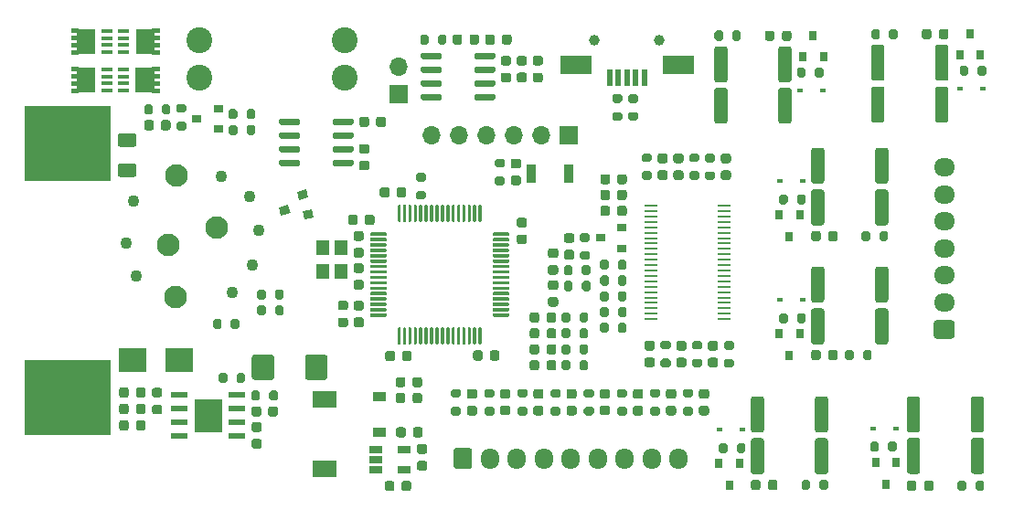
<source format=gbr>
%TF.GenerationSoftware,KiCad,Pcbnew,(5.1.10)-1*%
%TF.CreationDate,2022-01-24T02:12:42+01:00*%
%TF.ProjectId,BMS_LV_2022,424d535f-4c56-45f3-9230-32322e6b6963,rev?*%
%TF.SameCoordinates,Original*%
%TF.FileFunction,Soldermask,Top*%
%TF.FilePolarity,Negative*%
%FSLAX46Y46*%
G04 Gerber Fmt 4.6, Leading zero omitted, Abs format (unit mm)*
G04 Created by KiCad (PCBNEW (5.1.10)-1) date 2022-01-24 02:12:42*
%MOMM*%
%LPD*%
G01*
G04 APERTURE LIST*
%ADD10C,2.400000*%
%ADD11O,1.700000X1.950000*%
%ADD12R,8.000000X7.000000*%
%ADD13C,0.100000*%
%ADD14R,0.990000X0.405000*%
%ADD15R,1.200000X1.400000*%
%ADD16O,1.950000X1.700000*%
%ADD17C,1.100000*%
%ADD18C,2.100000*%
%ADD19R,2.200000X1.500000*%
%ADD20R,0.900000X1.700000*%
%ADD21R,1.200000X0.900000*%
%ADD22R,1.220000X0.650000*%
%ADD23R,0.600000X0.450000*%
%ADD24R,1.550000X0.600000*%
%ADD25R,2.600000X3.100000*%
%ADD26R,0.900000X0.800000*%
%ADD27R,0.800000X0.900000*%
%ADD28R,1.250000X0.250000*%
%ADD29O,1.700000X1.700000*%
%ADD30R,1.700000X1.700000*%
%ADD31C,1.000000*%
%ADD32R,0.500000X1.500000*%
%ADD33R,3.000000X1.800000*%
%ADD34R,2.500000X2.300000*%
G04 APERTURE END LIST*
D10*
%TO.C,F2*%
X126344903Y-82198000D03*
X139814903Y-82198000D03*
X126344903Y-85598000D03*
X139814903Y-85598000D03*
%TD*%
%TO.C,R64*%
G36*
G01*
X171865303Y-115284200D02*
X171315303Y-115284200D01*
G75*
G02*
X171115303Y-115084200I0J200000D01*
G01*
X171115303Y-114684200D01*
G75*
G02*
X171315303Y-114484200I200000J0D01*
G01*
X171865303Y-114484200D01*
G75*
G02*
X172065303Y-114684200I0J-200000D01*
G01*
X172065303Y-115084200D01*
G75*
G02*
X171865303Y-115284200I-200000J0D01*
G01*
G37*
G36*
G01*
X171865303Y-116934200D02*
X171315303Y-116934200D01*
G75*
G02*
X171115303Y-116734200I0J200000D01*
G01*
X171115303Y-116334200D01*
G75*
G02*
X171315303Y-116134200I200000J0D01*
G01*
X171865303Y-116134200D01*
G75*
G02*
X172065303Y-116334200I0J-200000D01*
G01*
X172065303Y-116734200D01*
G75*
G02*
X171865303Y-116934200I-200000J0D01*
G01*
G37*
%TD*%
%TO.C,R63*%
G36*
G01*
X168817303Y-115284200D02*
X168267303Y-115284200D01*
G75*
G02*
X168067303Y-115084200I0J200000D01*
G01*
X168067303Y-114684200D01*
G75*
G02*
X168267303Y-114484200I200000J0D01*
G01*
X168817303Y-114484200D01*
G75*
G02*
X169017303Y-114684200I0J-200000D01*
G01*
X169017303Y-115084200D01*
G75*
G02*
X168817303Y-115284200I-200000J0D01*
G01*
G37*
G36*
G01*
X168817303Y-116934200D02*
X168267303Y-116934200D01*
G75*
G02*
X168067303Y-116734200I0J200000D01*
G01*
X168067303Y-116334200D01*
G75*
G02*
X168267303Y-116134200I200000J0D01*
G01*
X168817303Y-116134200D01*
G75*
G02*
X169017303Y-116334200I0J-200000D01*
G01*
X169017303Y-116734200D01*
G75*
G02*
X168817303Y-116934200I-200000J0D01*
G01*
G37*
%TD*%
%TO.C,C46*%
G36*
G01*
X172813503Y-116035000D02*
X173313503Y-116035000D01*
G75*
G02*
X173538503Y-116260000I0J-225000D01*
G01*
X173538503Y-116710000D01*
G75*
G02*
X173313503Y-116935000I-225000J0D01*
G01*
X172813503Y-116935000D01*
G75*
G02*
X172588503Y-116710000I0J225000D01*
G01*
X172588503Y-116260000D01*
G75*
G02*
X172813503Y-116035000I225000J0D01*
G01*
G37*
G36*
G01*
X172813503Y-114485000D02*
X173313503Y-114485000D01*
G75*
G02*
X173538503Y-114710000I0J-225000D01*
G01*
X173538503Y-115160000D01*
G75*
G02*
X173313503Y-115385000I-225000J0D01*
G01*
X172813503Y-115385000D01*
G75*
G02*
X172588503Y-115160000I0J225000D01*
G01*
X172588503Y-114710000D01*
G75*
G02*
X172813503Y-114485000I225000J0D01*
G01*
G37*
%TD*%
%TO.C,C45*%
G36*
G01*
X169765503Y-116035000D02*
X170265503Y-116035000D01*
G75*
G02*
X170490503Y-116260000I0J-225000D01*
G01*
X170490503Y-116710000D01*
G75*
G02*
X170265503Y-116935000I-225000J0D01*
G01*
X169765503Y-116935000D01*
G75*
G02*
X169540503Y-116710000I0J225000D01*
G01*
X169540503Y-116260000D01*
G75*
G02*
X169765503Y-116035000I225000J0D01*
G01*
G37*
G36*
G01*
X169765503Y-114485000D02*
X170265503Y-114485000D01*
G75*
G02*
X170490503Y-114710000I0J-225000D01*
G01*
X170490503Y-115160000D01*
G75*
G02*
X170265503Y-115385000I-225000J0D01*
G01*
X169765503Y-115385000D01*
G75*
G02*
X169540503Y-115160000I0J225000D01*
G01*
X169540503Y-114710000D01*
G75*
G02*
X169765503Y-114485000I225000J0D01*
G01*
G37*
%TD*%
D11*
%TO.C,J6*%
X170729903Y-120904000D03*
X168229903Y-120904000D03*
X165729903Y-120904000D03*
X163229903Y-120904000D03*
X160729903Y-120904000D03*
X158229903Y-120904000D03*
X155729903Y-120904000D03*
X153229903Y-120904000D03*
G36*
G01*
X149879903Y-121629000D02*
X149879903Y-120179000D01*
G75*
G02*
X150129903Y-119929000I250000J0D01*
G01*
X151329903Y-119929000D01*
G75*
G02*
X151579903Y-120179000I0J-250000D01*
G01*
X151579903Y-121629000D01*
G75*
G02*
X151329903Y-121879000I-250000J0D01*
G01*
X150129903Y-121879000D01*
G75*
G02*
X149879903Y-121629000I0J250000D01*
G01*
G37*
%TD*%
%TO.C,R15*%
G36*
G01*
X129253903Y-108733000D02*
X129253903Y-108183000D01*
G75*
G02*
X129453903Y-107983000I200000J0D01*
G01*
X129853903Y-107983000D01*
G75*
G02*
X130053903Y-108183000I0J-200000D01*
G01*
X130053903Y-108733000D01*
G75*
G02*
X129853903Y-108933000I-200000J0D01*
G01*
X129453903Y-108933000D01*
G75*
G02*
X129253903Y-108733000I0J200000D01*
G01*
G37*
G36*
G01*
X127603903Y-108733000D02*
X127603903Y-108183000D01*
G75*
G02*
X127803903Y-107983000I200000J0D01*
G01*
X128203903Y-107983000D01*
G75*
G02*
X128403903Y-108183000I0J-200000D01*
G01*
X128403903Y-108733000D01*
G75*
G02*
X128203903Y-108933000I-200000J0D01*
G01*
X127803903Y-108933000D01*
G75*
G02*
X127603903Y-108733000I0J200000D01*
G01*
G37*
%TD*%
%TO.C,U4*%
G36*
G01*
X148790903Y-87302200D02*
X148790903Y-87602200D01*
G75*
G02*
X148640903Y-87752200I-150000J0D01*
G01*
X146990903Y-87752200D01*
G75*
G02*
X146840903Y-87602200I0J150000D01*
G01*
X146840903Y-87302200D01*
G75*
G02*
X146990903Y-87152200I150000J0D01*
G01*
X148640903Y-87152200D01*
G75*
G02*
X148790903Y-87302200I0J-150000D01*
G01*
G37*
G36*
G01*
X148790903Y-86032200D02*
X148790903Y-86332200D01*
G75*
G02*
X148640903Y-86482200I-150000J0D01*
G01*
X146990903Y-86482200D01*
G75*
G02*
X146840903Y-86332200I0J150000D01*
G01*
X146840903Y-86032200D01*
G75*
G02*
X146990903Y-85882200I150000J0D01*
G01*
X148640903Y-85882200D01*
G75*
G02*
X148790903Y-86032200I0J-150000D01*
G01*
G37*
G36*
G01*
X148790903Y-84762200D02*
X148790903Y-85062200D01*
G75*
G02*
X148640903Y-85212200I-150000J0D01*
G01*
X146990903Y-85212200D01*
G75*
G02*
X146840903Y-85062200I0J150000D01*
G01*
X146840903Y-84762200D01*
G75*
G02*
X146990903Y-84612200I150000J0D01*
G01*
X148640903Y-84612200D01*
G75*
G02*
X148790903Y-84762200I0J-150000D01*
G01*
G37*
G36*
G01*
X148790903Y-83492200D02*
X148790903Y-83792200D01*
G75*
G02*
X148640903Y-83942200I-150000J0D01*
G01*
X146990903Y-83942200D01*
G75*
G02*
X146840903Y-83792200I0J150000D01*
G01*
X146840903Y-83492200D01*
G75*
G02*
X146990903Y-83342200I150000J0D01*
G01*
X148640903Y-83342200D01*
G75*
G02*
X148790903Y-83492200I0J-150000D01*
G01*
G37*
G36*
G01*
X153740903Y-83492200D02*
X153740903Y-83792200D01*
G75*
G02*
X153590903Y-83942200I-150000J0D01*
G01*
X151940903Y-83942200D01*
G75*
G02*
X151790903Y-83792200I0J150000D01*
G01*
X151790903Y-83492200D01*
G75*
G02*
X151940903Y-83342200I150000J0D01*
G01*
X153590903Y-83342200D01*
G75*
G02*
X153740903Y-83492200I0J-150000D01*
G01*
G37*
G36*
G01*
X153740903Y-84762200D02*
X153740903Y-85062200D01*
G75*
G02*
X153590903Y-85212200I-150000J0D01*
G01*
X151940903Y-85212200D01*
G75*
G02*
X151790903Y-85062200I0J150000D01*
G01*
X151790903Y-84762200D01*
G75*
G02*
X151940903Y-84612200I150000J0D01*
G01*
X153590903Y-84612200D01*
G75*
G02*
X153740903Y-84762200I0J-150000D01*
G01*
G37*
G36*
G01*
X153740903Y-86032200D02*
X153740903Y-86332200D01*
G75*
G02*
X153590903Y-86482200I-150000J0D01*
G01*
X151940903Y-86482200D01*
G75*
G02*
X151790903Y-86332200I0J150000D01*
G01*
X151790903Y-86032200D01*
G75*
G02*
X151940903Y-85882200I150000J0D01*
G01*
X153590903Y-85882200D01*
G75*
G02*
X153740903Y-86032200I0J-150000D01*
G01*
G37*
G36*
G01*
X153740903Y-87302200D02*
X153740903Y-87602200D01*
G75*
G02*
X153590903Y-87752200I-150000J0D01*
G01*
X151940903Y-87752200D01*
G75*
G02*
X151790903Y-87602200I0J150000D01*
G01*
X151790903Y-87302200D01*
G75*
G02*
X151940903Y-87152200I150000J0D01*
G01*
X153590903Y-87152200D01*
G75*
G02*
X153740903Y-87302200I0J-150000D01*
G01*
G37*
%TD*%
%TO.C,R14*%
G36*
G01*
X133343303Y-107463000D02*
X133343303Y-106913000D01*
G75*
G02*
X133543303Y-106713000I200000J0D01*
G01*
X133943303Y-106713000D01*
G75*
G02*
X134143303Y-106913000I0J-200000D01*
G01*
X134143303Y-107463000D01*
G75*
G02*
X133943303Y-107663000I-200000J0D01*
G01*
X133543303Y-107663000D01*
G75*
G02*
X133343303Y-107463000I0J200000D01*
G01*
G37*
G36*
G01*
X131693303Y-107463000D02*
X131693303Y-106913000D01*
G75*
G02*
X131893303Y-106713000I200000J0D01*
G01*
X132293303Y-106713000D01*
G75*
G02*
X132493303Y-106913000I0J-200000D01*
G01*
X132493303Y-107463000D01*
G75*
G02*
X132293303Y-107663000I-200000J0D01*
G01*
X131893303Y-107663000D01*
G75*
G02*
X131693303Y-107463000I0J200000D01*
G01*
G37*
%TD*%
%TO.C,R13*%
G36*
G01*
X132493303Y-105439800D02*
X132493303Y-105989800D01*
G75*
G02*
X132293303Y-106189800I-200000J0D01*
G01*
X131893303Y-106189800D01*
G75*
G02*
X131693303Y-105989800I0J200000D01*
G01*
X131693303Y-105439800D01*
G75*
G02*
X131893303Y-105239800I200000J0D01*
G01*
X132293303Y-105239800D01*
G75*
G02*
X132493303Y-105439800I0J-200000D01*
G01*
G37*
G36*
G01*
X134143303Y-105439800D02*
X134143303Y-105989800D01*
G75*
G02*
X133943303Y-106189800I-200000J0D01*
G01*
X133543303Y-106189800D01*
G75*
G02*
X133343303Y-105989800I0J200000D01*
G01*
X133343303Y-105439800D01*
G75*
G02*
X133543303Y-105239800I200000J0D01*
G01*
X133943303Y-105239800D01*
G75*
G02*
X134143303Y-105439800I0J-200000D01*
G01*
G37*
%TD*%
D12*
%TO.C,J5*%
X114135503Y-115290600D03*
%TD*%
%TO.C,J4*%
X114135503Y-91694000D03*
%TD*%
D13*
%TO.C,Q12*%
G36*
X122694903Y-81508500D02*
G01*
X122184903Y-81508500D01*
X122184903Y-81763500D01*
X122694903Y-81763500D01*
X122694903Y-82168500D01*
X122184903Y-82168500D01*
X122184903Y-82423500D01*
X122694903Y-82423500D01*
X122694903Y-82828500D01*
X122184903Y-82828500D01*
X122184903Y-83083500D01*
X122694903Y-83083500D01*
X122694903Y-83491000D01*
X121934903Y-83491000D01*
X121934903Y-83413500D01*
X120459903Y-83413500D01*
X120459903Y-81178500D01*
X121934903Y-81178500D01*
X121934903Y-81101000D01*
X122694903Y-81101000D01*
X122694903Y-81508500D01*
G37*
D14*
X119329903Y-83286000D03*
X119329903Y-82626000D03*
X119329903Y-81966000D03*
X119329903Y-81306000D03*
%TD*%
D13*
%TO.C,Q11*%
G36*
X122656803Y-85064500D02*
G01*
X122146803Y-85064500D01*
X122146803Y-85319500D01*
X122656803Y-85319500D01*
X122656803Y-85724500D01*
X122146803Y-85724500D01*
X122146803Y-85979500D01*
X122656803Y-85979500D01*
X122656803Y-86384500D01*
X122146803Y-86384500D01*
X122146803Y-86639500D01*
X122656803Y-86639500D01*
X122656803Y-87047000D01*
X121896803Y-87047000D01*
X121896803Y-86969500D01*
X120421803Y-86969500D01*
X120421803Y-84734500D01*
X121896803Y-84734500D01*
X121896803Y-84657000D01*
X122656803Y-84657000D01*
X122656803Y-85064500D01*
G37*
D14*
X119291803Y-86842000D03*
X119291803Y-86182000D03*
X119291803Y-85522000D03*
X119291803Y-84862000D03*
%TD*%
D13*
%TO.C,Q9*%
G36*
X114439403Y-86639500D02*
G01*
X114949403Y-86639500D01*
X114949403Y-86384500D01*
X114439403Y-86384500D01*
X114439403Y-85979500D01*
X114949403Y-85979500D01*
X114949403Y-85724500D01*
X114439403Y-85724500D01*
X114439403Y-85319500D01*
X114949403Y-85319500D01*
X114949403Y-85064500D01*
X114439403Y-85064500D01*
X114439403Y-84657000D01*
X115199403Y-84657000D01*
X115199403Y-84734500D01*
X116674403Y-84734500D01*
X116674403Y-86969500D01*
X115199403Y-86969500D01*
X115199403Y-87047000D01*
X114439403Y-87047000D01*
X114439403Y-86639500D01*
G37*
D14*
X117804403Y-84862000D03*
X117804403Y-85522000D03*
X117804403Y-86182000D03*
X117804403Y-86842000D03*
%TD*%
D13*
%TO.C,Q8*%
G36*
X114439403Y-83083500D02*
G01*
X114949403Y-83083500D01*
X114949403Y-82828500D01*
X114439403Y-82828500D01*
X114439403Y-82423500D01*
X114949403Y-82423500D01*
X114949403Y-82168500D01*
X114439403Y-82168500D01*
X114439403Y-81763500D01*
X114949403Y-81763500D01*
X114949403Y-81508500D01*
X114439403Y-81508500D01*
X114439403Y-81101000D01*
X115199403Y-81101000D01*
X115199403Y-81178500D01*
X116674403Y-81178500D01*
X116674403Y-83413500D01*
X115199403Y-83413500D01*
X115199403Y-83491000D01*
X114439403Y-83491000D01*
X114439403Y-83083500D01*
G37*
D14*
X117804403Y-81306000D03*
X117804403Y-81966000D03*
X117804403Y-82626000D03*
X117804403Y-83286000D03*
%TD*%
D15*
%TO.C,Y1*%
X137733903Y-103546000D03*
X137733903Y-101346000D03*
X139433903Y-101346000D03*
X139433903Y-103546000D03*
%TD*%
D16*
%TO.C,J11*%
X195313903Y-93966000D03*
X195313903Y-96466000D03*
X195313903Y-98966000D03*
X195313903Y-101466000D03*
X195313903Y-103966000D03*
X195313903Y-106466000D03*
G36*
G01*
X196038903Y-109816000D02*
X194588903Y-109816000D01*
G75*
G02*
X194338903Y-109566000I0J250000D01*
G01*
X194338903Y-108366000D01*
G75*
G02*
X194588903Y-108116000I250000J0D01*
G01*
X196038903Y-108116000D01*
G75*
G02*
X196288903Y-108366000I0J-250000D01*
G01*
X196288903Y-109566000D01*
G75*
G02*
X196038903Y-109816000I-250000J0D01*
G01*
G37*
%TD*%
%TO.C,R22*%
G36*
G01*
X197783903Y-118263398D02*
X197783903Y-115413396D01*
G75*
G02*
X198033902Y-115163397I249999J0D01*
G01*
X198758904Y-115163397D01*
G75*
G02*
X199008903Y-115413396I0J-249999D01*
G01*
X199008903Y-118263398D01*
G75*
G02*
X198758904Y-118513397I-249999J0D01*
G01*
X198033902Y-118513397D01*
G75*
G02*
X197783903Y-118263398I0J249999D01*
G01*
G37*
G36*
G01*
X191858903Y-118263398D02*
X191858903Y-115413396D01*
G75*
G02*
X192108902Y-115163397I249999J0D01*
G01*
X192833904Y-115163397D01*
G75*
G02*
X193083903Y-115413396I0J-249999D01*
G01*
X193083903Y-118263398D01*
G75*
G02*
X192833904Y-118513397I-249999J0D01*
G01*
X192108902Y-118513397D01*
G75*
G02*
X191858903Y-118263398I0J249999D01*
G01*
G37*
%TD*%
D17*
%TO.C,J2*%
X120231046Y-97067655D03*
X119581625Y-100923463D03*
X120481682Y-103996441D03*
X129384344Y-105566221D03*
X131281142Y-102986403D03*
X131854181Y-99736537D03*
X130954124Y-96663559D03*
X128374306Y-94766761D03*
D18*
X124132609Y-105980561D03*
X127953248Y-99515794D03*
X124257906Y-94731419D03*
X123482558Y-101144206D03*
%TD*%
D19*
%TO.C,L2*%
X137922000Y-115443000D03*
X137922000Y-121843000D03*
%TD*%
D20*
%TO.C,SW1*%
X160502006Y-94538800D03*
X157102006Y-94538800D03*
%TD*%
%TO.C,C38*%
G36*
G01*
X133272500Y-111546200D02*
X133272500Y-113396200D01*
G75*
G02*
X133022500Y-113646200I-250000J0D01*
G01*
X131447500Y-113646200D01*
G75*
G02*
X131197500Y-113396200I0J250000D01*
G01*
X131197500Y-111546200D01*
G75*
G02*
X131447500Y-111296200I250000J0D01*
G01*
X133022500Y-111296200D01*
G75*
G02*
X133272500Y-111546200I0J-250000D01*
G01*
G37*
G36*
G01*
X138197500Y-111546200D02*
X138197500Y-113396200D01*
G75*
G02*
X137947500Y-113646200I-250000J0D01*
G01*
X136372500Y-113646200D01*
G75*
G02*
X136122500Y-113396200I0J250000D01*
G01*
X136122500Y-111546200D01*
G75*
G02*
X136372500Y-111296200I250000J0D01*
G01*
X137947500Y-111296200D01*
G75*
G02*
X138197500Y-111546200I0J-250000D01*
G01*
G37*
%TD*%
D21*
%TO.C,D20*%
X143002000Y-115189000D03*
X143002000Y-118489000D03*
%TD*%
%TO.C,F1*%
G36*
G01*
X120272303Y-92039600D02*
X119022303Y-92039600D01*
G75*
G02*
X118772303Y-91789600I0J250000D01*
G01*
X118772303Y-91039600D01*
G75*
G02*
X119022303Y-90789600I250000J0D01*
G01*
X120272303Y-90789600D01*
G75*
G02*
X120522303Y-91039600I0J-250000D01*
G01*
X120522303Y-91789600D01*
G75*
G02*
X120272303Y-92039600I-250000J0D01*
G01*
G37*
G36*
G01*
X120272303Y-94839600D02*
X119022303Y-94839600D01*
G75*
G02*
X118772303Y-94589600I0J250000D01*
G01*
X118772303Y-93839600D01*
G75*
G02*
X119022303Y-93589600I250000J0D01*
G01*
X120272303Y-93589600D01*
G75*
G02*
X120522303Y-93839600I0J-250000D01*
G01*
X120522303Y-94589600D01*
G75*
G02*
X120272303Y-94839600I-250000J0D01*
G01*
G37*
%TD*%
D22*
%TO.C,U2*%
X145328000Y-120081000D03*
X145328000Y-121981000D03*
X142708000Y-121981000D03*
X142708000Y-121031000D03*
X142708000Y-120081000D03*
%TD*%
%TO.C,C44*%
G36*
G01*
X144404503Y-123219400D02*
X144404503Y-123719400D01*
G75*
G02*
X144179503Y-123944400I-225000J0D01*
G01*
X143729503Y-123944400D01*
G75*
G02*
X143504503Y-123719400I0J225000D01*
G01*
X143504503Y-123219400D01*
G75*
G02*
X143729503Y-122994400I225000J0D01*
G01*
X144179503Y-122994400D01*
G75*
G02*
X144404503Y-123219400I0J-225000D01*
G01*
G37*
G36*
G01*
X145954503Y-123219400D02*
X145954503Y-123719400D01*
G75*
G02*
X145729503Y-123944400I-225000J0D01*
G01*
X145279503Y-123944400D01*
G75*
G02*
X145054503Y-123719400I0J225000D01*
G01*
X145054503Y-123219400D01*
G75*
G02*
X145279503Y-122994400I225000J0D01*
G01*
X145729503Y-122994400D01*
G75*
G02*
X145954503Y-123219400I0J-225000D01*
G01*
G37*
%TD*%
D23*
%TO.C,D17*%
X196795303Y-86690200D03*
X198895303Y-86690200D03*
%TD*%
%TO.C,D15*%
X181971283Y-86843203D03*
X184071283Y-86843203D03*
%TD*%
%TO.C,D13*%
X180078983Y-95223997D03*
X182178983Y-95223997D03*
%TD*%
%TO.C,D11*%
X182178983Y-106242517D03*
X180078983Y-106242517D03*
%TD*%
%TO.C,D9*%
X174511303Y-118274497D03*
X176611303Y-118274497D03*
%TD*%
%TO.C,D7*%
X188735303Y-118135400D03*
X190835303Y-118135400D03*
%TD*%
%TO.C,U5*%
G36*
G01*
X138664200Y-89883600D02*
X138664200Y-89583600D01*
G75*
G02*
X138814200Y-89433600I150000J0D01*
G01*
X140464200Y-89433600D01*
G75*
G02*
X140614200Y-89583600I0J-150000D01*
G01*
X140614200Y-89883600D01*
G75*
G02*
X140464200Y-90033600I-150000J0D01*
G01*
X138814200Y-90033600D01*
G75*
G02*
X138664200Y-89883600I0J150000D01*
G01*
G37*
G36*
G01*
X138664200Y-91153600D02*
X138664200Y-90853600D01*
G75*
G02*
X138814200Y-90703600I150000J0D01*
G01*
X140464200Y-90703600D01*
G75*
G02*
X140614200Y-90853600I0J-150000D01*
G01*
X140614200Y-91153600D01*
G75*
G02*
X140464200Y-91303600I-150000J0D01*
G01*
X138814200Y-91303600D01*
G75*
G02*
X138664200Y-91153600I0J150000D01*
G01*
G37*
G36*
G01*
X138664200Y-92423600D02*
X138664200Y-92123600D01*
G75*
G02*
X138814200Y-91973600I150000J0D01*
G01*
X140464200Y-91973600D01*
G75*
G02*
X140614200Y-92123600I0J-150000D01*
G01*
X140614200Y-92423600D01*
G75*
G02*
X140464200Y-92573600I-150000J0D01*
G01*
X138814200Y-92573600D01*
G75*
G02*
X138664200Y-92423600I0J150000D01*
G01*
G37*
G36*
G01*
X138664200Y-93693600D02*
X138664200Y-93393600D01*
G75*
G02*
X138814200Y-93243600I150000J0D01*
G01*
X140464200Y-93243600D01*
G75*
G02*
X140614200Y-93393600I0J-150000D01*
G01*
X140614200Y-93693600D01*
G75*
G02*
X140464200Y-93843600I-150000J0D01*
G01*
X138814200Y-93843600D01*
G75*
G02*
X138664200Y-93693600I0J150000D01*
G01*
G37*
G36*
G01*
X133714200Y-93693600D02*
X133714200Y-93393600D01*
G75*
G02*
X133864200Y-93243600I150000J0D01*
G01*
X135514200Y-93243600D01*
G75*
G02*
X135664200Y-93393600I0J-150000D01*
G01*
X135664200Y-93693600D01*
G75*
G02*
X135514200Y-93843600I-150000J0D01*
G01*
X133864200Y-93843600D01*
G75*
G02*
X133714200Y-93693600I0J150000D01*
G01*
G37*
G36*
G01*
X133714200Y-92423600D02*
X133714200Y-92123600D01*
G75*
G02*
X133864200Y-91973600I150000J0D01*
G01*
X135514200Y-91973600D01*
G75*
G02*
X135664200Y-92123600I0J-150000D01*
G01*
X135664200Y-92423600D01*
G75*
G02*
X135514200Y-92573600I-150000J0D01*
G01*
X133864200Y-92573600D01*
G75*
G02*
X133714200Y-92423600I0J150000D01*
G01*
G37*
G36*
G01*
X133714200Y-91153600D02*
X133714200Y-90853600D01*
G75*
G02*
X133864200Y-90703600I150000J0D01*
G01*
X135514200Y-90703600D01*
G75*
G02*
X135664200Y-90853600I0J-150000D01*
G01*
X135664200Y-91153600D01*
G75*
G02*
X135514200Y-91303600I-150000J0D01*
G01*
X133864200Y-91303600D01*
G75*
G02*
X133714200Y-91153600I0J150000D01*
G01*
G37*
G36*
G01*
X133714200Y-89883600D02*
X133714200Y-89583600D01*
G75*
G02*
X133864200Y-89433600I150000J0D01*
G01*
X135514200Y-89433600D01*
G75*
G02*
X135664200Y-89583600I0J-150000D01*
G01*
X135664200Y-89883600D01*
G75*
G02*
X135514200Y-90033600I-150000J0D01*
G01*
X133864200Y-90033600D01*
G75*
G02*
X133714200Y-89883600I0J150000D01*
G01*
G37*
%TD*%
D24*
%TO.C,U3*%
X129842000Y-118857000D03*
X129842000Y-117587000D03*
X129842000Y-116317000D03*
X129842000Y-115047000D03*
X124442000Y-115047000D03*
X124442000Y-116317000D03*
X124442000Y-117587000D03*
X124442000Y-118857000D03*
D25*
X127142000Y-116952000D03*
%TD*%
%TO.C,U1*%
G36*
G01*
X144690000Y-98911000D02*
X144690000Y-97511000D01*
G75*
G02*
X144765000Y-97436000I75000J0D01*
G01*
X144915000Y-97436000D01*
G75*
G02*
X144990000Y-97511000I0J-75000D01*
G01*
X144990000Y-98911000D01*
G75*
G02*
X144915000Y-98986000I-75000J0D01*
G01*
X144765000Y-98986000D01*
G75*
G02*
X144690000Y-98911000I0J75000D01*
G01*
G37*
G36*
G01*
X145190000Y-98911000D02*
X145190000Y-97511000D01*
G75*
G02*
X145265000Y-97436000I75000J0D01*
G01*
X145415000Y-97436000D01*
G75*
G02*
X145490000Y-97511000I0J-75000D01*
G01*
X145490000Y-98911000D01*
G75*
G02*
X145415000Y-98986000I-75000J0D01*
G01*
X145265000Y-98986000D01*
G75*
G02*
X145190000Y-98911000I0J75000D01*
G01*
G37*
G36*
G01*
X145690000Y-98911000D02*
X145690000Y-97511000D01*
G75*
G02*
X145765000Y-97436000I75000J0D01*
G01*
X145915000Y-97436000D01*
G75*
G02*
X145990000Y-97511000I0J-75000D01*
G01*
X145990000Y-98911000D01*
G75*
G02*
X145915000Y-98986000I-75000J0D01*
G01*
X145765000Y-98986000D01*
G75*
G02*
X145690000Y-98911000I0J75000D01*
G01*
G37*
G36*
G01*
X146190000Y-98911000D02*
X146190000Y-97511000D01*
G75*
G02*
X146265000Y-97436000I75000J0D01*
G01*
X146415000Y-97436000D01*
G75*
G02*
X146490000Y-97511000I0J-75000D01*
G01*
X146490000Y-98911000D01*
G75*
G02*
X146415000Y-98986000I-75000J0D01*
G01*
X146265000Y-98986000D01*
G75*
G02*
X146190000Y-98911000I0J75000D01*
G01*
G37*
G36*
G01*
X146690000Y-98911000D02*
X146690000Y-97511000D01*
G75*
G02*
X146765000Y-97436000I75000J0D01*
G01*
X146915000Y-97436000D01*
G75*
G02*
X146990000Y-97511000I0J-75000D01*
G01*
X146990000Y-98911000D01*
G75*
G02*
X146915000Y-98986000I-75000J0D01*
G01*
X146765000Y-98986000D01*
G75*
G02*
X146690000Y-98911000I0J75000D01*
G01*
G37*
G36*
G01*
X147190000Y-98911000D02*
X147190000Y-97511000D01*
G75*
G02*
X147265000Y-97436000I75000J0D01*
G01*
X147415000Y-97436000D01*
G75*
G02*
X147490000Y-97511000I0J-75000D01*
G01*
X147490000Y-98911000D01*
G75*
G02*
X147415000Y-98986000I-75000J0D01*
G01*
X147265000Y-98986000D01*
G75*
G02*
X147190000Y-98911000I0J75000D01*
G01*
G37*
G36*
G01*
X147690000Y-98911000D02*
X147690000Y-97511000D01*
G75*
G02*
X147765000Y-97436000I75000J0D01*
G01*
X147915000Y-97436000D01*
G75*
G02*
X147990000Y-97511000I0J-75000D01*
G01*
X147990000Y-98911000D01*
G75*
G02*
X147915000Y-98986000I-75000J0D01*
G01*
X147765000Y-98986000D01*
G75*
G02*
X147690000Y-98911000I0J75000D01*
G01*
G37*
G36*
G01*
X148190000Y-98911000D02*
X148190000Y-97511000D01*
G75*
G02*
X148265000Y-97436000I75000J0D01*
G01*
X148415000Y-97436000D01*
G75*
G02*
X148490000Y-97511000I0J-75000D01*
G01*
X148490000Y-98911000D01*
G75*
G02*
X148415000Y-98986000I-75000J0D01*
G01*
X148265000Y-98986000D01*
G75*
G02*
X148190000Y-98911000I0J75000D01*
G01*
G37*
G36*
G01*
X148690000Y-98911000D02*
X148690000Y-97511000D01*
G75*
G02*
X148765000Y-97436000I75000J0D01*
G01*
X148915000Y-97436000D01*
G75*
G02*
X148990000Y-97511000I0J-75000D01*
G01*
X148990000Y-98911000D01*
G75*
G02*
X148915000Y-98986000I-75000J0D01*
G01*
X148765000Y-98986000D01*
G75*
G02*
X148690000Y-98911000I0J75000D01*
G01*
G37*
G36*
G01*
X149190000Y-98911000D02*
X149190000Y-97511000D01*
G75*
G02*
X149265000Y-97436000I75000J0D01*
G01*
X149415000Y-97436000D01*
G75*
G02*
X149490000Y-97511000I0J-75000D01*
G01*
X149490000Y-98911000D01*
G75*
G02*
X149415000Y-98986000I-75000J0D01*
G01*
X149265000Y-98986000D01*
G75*
G02*
X149190000Y-98911000I0J75000D01*
G01*
G37*
G36*
G01*
X149690000Y-98911000D02*
X149690000Y-97511000D01*
G75*
G02*
X149765000Y-97436000I75000J0D01*
G01*
X149915000Y-97436000D01*
G75*
G02*
X149990000Y-97511000I0J-75000D01*
G01*
X149990000Y-98911000D01*
G75*
G02*
X149915000Y-98986000I-75000J0D01*
G01*
X149765000Y-98986000D01*
G75*
G02*
X149690000Y-98911000I0J75000D01*
G01*
G37*
G36*
G01*
X150190000Y-98911000D02*
X150190000Y-97511000D01*
G75*
G02*
X150265000Y-97436000I75000J0D01*
G01*
X150415000Y-97436000D01*
G75*
G02*
X150490000Y-97511000I0J-75000D01*
G01*
X150490000Y-98911000D01*
G75*
G02*
X150415000Y-98986000I-75000J0D01*
G01*
X150265000Y-98986000D01*
G75*
G02*
X150190000Y-98911000I0J75000D01*
G01*
G37*
G36*
G01*
X150690000Y-98911000D02*
X150690000Y-97511000D01*
G75*
G02*
X150765000Y-97436000I75000J0D01*
G01*
X150915000Y-97436000D01*
G75*
G02*
X150990000Y-97511000I0J-75000D01*
G01*
X150990000Y-98911000D01*
G75*
G02*
X150915000Y-98986000I-75000J0D01*
G01*
X150765000Y-98986000D01*
G75*
G02*
X150690000Y-98911000I0J75000D01*
G01*
G37*
G36*
G01*
X151190000Y-98911000D02*
X151190000Y-97511000D01*
G75*
G02*
X151265000Y-97436000I75000J0D01*
G01*
X151415000Y-97436000D01*
G75*
G02*
X151490000Y-97511000I0J-75000D01*
G01*
X151490000Y-98911000D01*
G75*
G02*
X151415000Y-98986000I-75000J0D01*
G01*
X151265000Y-98986000D01*
G75*
G02*
X151190000Y-98911000I0J75000D01*
G01*
G37*
G36*
G01*
X151690000Y-98911000D02*
X151690000Y-97511000D01*
G75*
G02*
X151765000Y-97436000I75000J0D01*
G01*
X151915000Y-97436000D01*
G75*
G02*
X151990000Y-97511000I0J-75000D01*
G01*
X151990000Y-98911000D01*
G75*
G02*
X151915000Y-98986000I-75000J0D01*
G01*
X151765000Y-98986000D01*
G75*
G02*
X151690000Y-98911000I0J75000D01*
G01*
G37*
G36*
G01*
X152190000Y-98911000D02*
X152190000Y-97511000D01*
G75*
G02*
X152265000Y-97436000I75000J0D01*
G01*
X152415000Y-97436000D01*
G75*
G02*
X152490000Y-97511000I0J-75000D01*
G01*
X152490000Y-98911000D01*
G75*
G02*
X152415000Y-98986000I-75000J0D01*
G01*
X152265000Y-98986000D01*
G75*
G02*
X152190000Y-98911000I0J75000D01*
G01*
G37*
G36*
G01*
X153490000Y-100211000D02*
X153490000Y-100061000D01*
G75*
G02*
X153565000Y-99986000I75000J0D01*
G01*
X154965000Y-99986000D01*
G75*
G02*
X155040000Y-100061000I0J-75000D01*
G01*
X155040000Y-100211000D01*
G75*
G02*
X154965000Y-100286000I-75000J0D01*
G01*
X153565000Y-100286000D01*
G75*
G02*
X153490000Y-100211000I0J75000D01*
G01*
G37*
G36*
G01*
X153490000Y-100711000D02*
X153490000Y-100561000D01*
G75*
G02*
X153565000Y-100486000I75000J0D01*
G01*
X154965000Y-100486000D01*
G75*
G02*
X155040000Y-100561000I0J-75000D01*
G01*
X155040000Y-100711000D01*
G75*
G02*
X154965000Y-100786000I-75000J0D01*
G01*
X153565000Y-100786000D01*
G75*
G02*
X153490000Y-100711000I0J75000D01*
G01*
G37*
G36*
G01*
X153490000Y-101211000D02*
X153490000Y-101061000D01*
G75*
G02*
X153565000Y-100986000I75000J0D01*
G01*
X154965000Y-100986000D01*
G75*
G02*
X155040000Y-101061000I0J-75000D01*
G01*
X155040000Y-101211000D01*
G75*
G02*
X154965000Y-101286000I-75000J0D01*
G01*
X153565000Y-101286000D01*
G75*
G02*
X153490000Y-101211000I0J75000D01*
G01*
G37*
G36*
G01*
X153490000Y-101711000D02*
X153490000Y-101561000D01*
G75*
G02*
X153565000Y-101486000I75000J0D01*
G01*
X154965000Y-101486000D01*
G75*
G02*
X155040000Y-101561000I0J-75000D01*
G01*
X155040000Y-101711000D01*
G75*
G02*
X154965000Y-101786000I-75000J0D01*
G01*
X153565000Y-101786000D01*
G75*
G02*
X153490000Y-101711000I0J75000D01*
G01*
G37*
G36*
G01*
X153490000Y-102211000D02*
X153490000Y-102061000D01*
G75*
G02*
X153565000Y-101986000I75000J0D01*
G01*
X154965000Y-101986000D01*
G75*
G02*
X155040000Y-102061000I0J-75000D01*
G01*
X155040000Y-102211000D01*
G75*
G02*
X154965000Y-102286000I-75000J0D01*
G01*
X153565000Y-102286000D01*
G75*
G02*
X153490000Y-102211000I0J75000D01*
G01*
G37*
G36*
G01*
X153490000Y-102711000D02*
X153490000Y-102561000D01*
G75*
G02*
X153565000Y-102486000I75000J0D01*
G01*
X154965000Y-102486000D01*
G75*
G02*
X155040000Y-102561000I0J-75000D01*
G01*
X155040000Y-102711000D01*
G75*
G02*
X154965000Y-102786000I-75000J0D01*
G01*
X153565000Y-102786000D01*
G75*
G02*
X153490000Y-102711000I0J75000D01*
G01*
G37*
G36*
G01*
X153490000Y-103211000D02*
X153490000Y-103061000D01*
G75*
G02*
X153565000Y-102986000I75000J0D01*
G01*
X154965000Y-102986000D01*
G75*
G02*
X155040000Y-103061000I0J-75000D01*
G01*
X155040000Y-103211000D01*
G75*
G02*
X154965000Y-103286000I-75000J0D01*
G01*
X153565000Y-103286000D01*
G75*
G02*
X153490000Y-103211000I0J75000D01*
G01*
G37*
G36*
G01*
X153490000Y-103711000D02*
X153490000Y-103561000D01*
G75*
G02*
X153565000Y-103486000I75000J0D01*
G01*
X154965000Y-103486000D01*
G75*
G02*
X155040000Y-103561000I0J-75000D01*
G01*
X155040000Y-103711000D01*
G75*
G02*
X154965000Y-103786000I-75000J0D01*
G01*
X153565000Y-103786000D01*
G75*
G02*
X153490000Y-103711000I0J75000D01*
G01*
G37*
G36*
G01*
X153490000Y-104211000D02*
X153490000Y-104061000D01*
G75*
G02*
X153565000Y-103986000I75000J0D01*
G01*
X154965000Y-103986000D01*
G75*
G02*
X155040000Y-104061000I0J-75000D01*
G01*
X155040000Y-104211000D01*
G75*
G02*
X154965000Y-104286000I-75000J0D01*
G01*
X153565000Y-104286000D01*
G75*
G02*
X153490000Y-104211000I0J75000D01*
G01*
G37*
G36*
G01*
X153490000Y-104711000D02*
X153490000Y-104561000D01*
G75*
G02*
X153565000Y-104486000I75000J0D01*
G01*
X154965000Y-104486000D01*
G75*
G02*
X155040000Y-104561000I0J-75000D01*
G01*
X155040000Y-104711000D01*
G75*
G02*
X154965000Y-104786000I-75000J0D01*
G01*
X153565000Y-104786000D01*
G75*
G02*
X153490000Y-104711000I0J75000D01*
G01*
G37*
G36*
G01*
X153490000Y-105211000D02*
X153490000Y-105061000D01*
G75*
G02*
X153565000Y-104986000I75000J0D01*
G01*
X154965000Y-104986000D01*
G75*
G02*
X155040000Y-105061000I0J-75000D01*
G01*
X155040000Y-105211000D01*
G75*
G02*
X154965000Y-105286000I-75000J0D01*
G01*
X153565000Y-105286000D01*
G75*
G02*
X153490000Y-105211000I0J75000D01*
G01*
G37*
G36*
G01*
X153490000Y-105711000D02*
X153490000Y-105561000D01*
G75*
G02*
X153565000Y-105486000I75000J0D01*
G01*
X154965000Y-105486000D01*
G75*
G02*
X155040000Y-105561000I0J-75000D01*
G01*
X155040000Y-105711000D01*
G75*
G02*
X154965000Y-105786000I-75000J0D01*
G01*
X153565000Y-105786000D01*
G75*
G02*
X153490000Y-105711000I0J75000D01*
G01*
G37*
G36*
G01*
X153490000Y-106211000D02*
X153490000Y-106061000D01*
G75*
G02*
X153565000Y-105986000I75000J0D01*
G01*
X154965000Y-105986000D01*
G75*
G02*
X155040000Y-106061000I0J-75000D01*
G01*
X155040000Y-106211000D01*
G75*
G02*
X154965000Y-106286000I-75000J0D01*
G01*
X153565000Y-106286000D01*
G75*
G02*
X153490000Y-106211000I0J75000D01*
G01*
G37*
G36*
G01*
X153490000Y-106711000D02*
X153490000Y-106561000D01*
G75*
G02*
X153565000Y-106486000I75000J0D01*
G01*
X154965000Y-106486000D01*
G75*
G02*
X155040000Y-106561000I0J-75000D01*
G01*
X155040000Y-106711000D01*
G75*
G02*
X154965000Y-106786000I-75000J0D01*
G01*
X153565000Y-106786000D01*
G75*
G02*
X153490000Y-106711000I0J75000D01*
G01*
G37*
G36*
G01*
X153490000Y-107211000D02*
X153490000Y-107061000D01*
G75*
G02*
X153565000Y-106986000I75000J0D01*
G01*
X154965000Y-106986000D01*
G75*
G02*
X155040000Y-107061000I0J-75000D01*
G01*
X155040000Y-107211000D01*
G75*
G02*
X154965000Y-107286000I-75000J0D01*
G01*
X153565000Y-107286000D01*
G75*
G02*
X153490000Y-107211000I0J75000D01*
G01*
G37*
G36*
G01*
X153490000Y-107711000D02*
X153490000Y-107561000D01*
G75*
G02*
X153565000Y-107486000I75000J0D01*
G01*
X154965000Y-107486000D01*
G75*
G02*
X155040000Y-107561000I0J-75000D01*
G01*
X155040000Y-107711000D01*
G75*
G02*
X154965000Y-107786000I-75000J0D01*
G01*
X153565000Y-107786000D01*
G75*
G02*
X153490000Y-107711000I0J75000D01*
G01*
G37*
G36*
G01*
X152190000Y-110261000D02*
X152190000Y-108861000D01*
G75*
G02*
X152265000Y-108786000I75000J0D01*
G01*
X152415000Y-108786000D01*
G75*
G02*
X152490000Y-108861000I0J-75000D01*
G01*
X152490000Y-110261000D01*
G75*
G02*
X152415000Y-110336000I-75000J0D01*
G01*
X152265000Y-110336000D01*
G75*
G02*
X152190000Y-110261000I0J75000D01*
G01*
G37*
G36*
G01*
X151690000Y-110261000D02*
X151690000Y-108861000D01*
G75*
G02*
X151765000Y-108786000I75000J0D01*
G01*
X151915000Y-108786000D01*
G75*
G02*
X151990000Y-108861000I0J-75000D01*
G01*
X151990000Y-110261000D01*
G75*
G02*
X151915000Y-110336000I-75000J0D01*
G01*
X151765000Y-110336000D01*
G75*
G02*
X151690000Y-110261000I0J75000D01*
G01*
G37*
G36*
G01*
X151190000Y-110261000D02*
X151190000Y-108861000D01*
G75*
G02*
X151265000Y-108786000I75000J0D01*
G01*
X151415000Y-108786000D01*
G75*
G02*
X151490000Y-108861000I0J-75000D01*
G01*
X151490000Y-110261000D01*
G75*
G02*
X151415000Y-110336000I-75000J0D01*
G01*
X151265000Y-110336000D01*
G75*
G02*
X151190000Y-110261000I0J75000D01*
G01*
G37*
G36*
G01*
X150690000Y-110261000D02*
X150690000Y-108861000D01*
G75*
G02*
X150765000Y-108786000I75000J0D01*
G01*
X150915000Y-108786000D01*
G75*
G02*
X150990000Y-108861000I0J-75000D01*
G01*
X150990000Y-110261000D01*
G75*
G02*
X150915000Y-110336000I-75000J0D01*
G01*
X150765000Y-110336000D01*
G75*
G02*
X150690000Y-110261000I0J75000D01*
G01*
G37*
G36*
G01*
X150190000Y-110261000D02*
X150190000Y-108861000D01*
G75*
G02*
X150265000Y-108786000I75000J0D01*
G01*
X150415000Y-108786000D01*
G75*
G02*
X150490000Y-108861000I0J-75000D01*
G01*
X150490000Y-110261000D01*
G75*
G02*
X150415000Y-110336000I-75000J0D01*
G01*
X150265000Y-110336000D01*
G75*
G02*
X150190000Y-110261000I0J75000D01*
G01*
G37*
G36*
G01*
X149690000Y-110261000D02*
X149690000Y-108861000D01*
G75*
G02*
X149765000Y-108786000I75000J0D01*
G01*
X149915000Y-108786000D01*
G75*
G02*
X149990000Y-108861000I0J-75000D01*
G01*
X149990000Y-110261000D01*
G75*
G02*
X149915000Y-110336000I-75000J0D01*
G01*
X149765000Y-110336000D01*
G75*
G02*
X149690000Y-110261000I0J75000D01*
G01*
G37*
G36*
G01*
X149190000Y-110261000D02*
X149190000Y-108861000D01*
G75*
G02*
X149265000Y-108786000I75000J0D01*
G01*
X149415000Y-108786000D01*
G75*
G02*
X149490000Y-108861000I0J-75000D01*
G01*
X149490000Y-110261000D01*
G75*
G02*
X149415000Y-110336000I-75000J0D01*
G01*
X149265000Y-110336000D01*
G75*
G02*
X149190000Y-110261000I0J75000D01*
G01*
G37*
G36*
G01*
X148690000Y-110261000D02*
X148690000Y-108861000D01*
G75*
G02*
X148765000Y-108786000I75000J0D01*
G01*
X148915000Y-108786000D01*
G75*
G02*
X148990000Y-108861000I0J-75000D01*
G01*
X148990000Y-110261000D01*
G75*
G02*
X148915000Y-110336000I-75000J0D01*
G01*
X148765000Y-110336000D01*
G75*
G02*
X148690000Y-110261000I0J75000D01*
G01*
G37*
G36*
G01*
X148190000Y-110261000D02*
X148190000Y-108861000D01*
G75*
G02*
X148265000Y-108786000I75000J0D01*
G01*
X148415000Y-108786000D01*
G75*
G02*
X148490000Y-108861000I0J-75000D01*
G01*
X148490000Y-110261000D01*
G75*
G02*
X148415000Y-110336000I-75000J0D01*
G01*
X148265000Y-110336000D01*
G75*
G02*
X148190000Y-110261000I0J75000D01*
G01*
G37*
G36*
G01*
X147690000Y-110261000D02*
X147690000Y-108861000D01*
G75*
G02*
X147765000Y-108786000I75000J0D01*
G01*
X147915000Y-108786000D01*
G75*
G02*
X147990000Y-108861000I0J-75000D01*
G01*
X147990000Y-110261000D01*
G75*
G02*
X147915000Y-110336000I-75000J0D01*
G01*
X147765000Y-110336000D01*
G75*
G02*
X147690000Y-110261000I0J75000D01*
G01*
G37*
G36*
G01*
X147190000Y-110261000D02*
X147190000Y-108861000D01*
G75*
G02*
X147265000Y-108786000I75000J0D01*
G01*
X147415000Y-108786000D01*
G75*
G02*
X147490000Y-108861000I0J-75000D01*
G01*
X147490000Y-110261000D01*
G75*
G02*
X147415000Y-110336000I-75000J0D01*
G01*
X147265000Y-110336000D01*
G75*
G02*
X147190000Y-110261000I0J75000D01*
G01*
G37*
G36*
G01*
X146690000Y-110261000D02*
X146690000Y-108861000D01*
G75*
G02*
X146765000Y-108786000I75000J0D01*
G01*
X146915000Y-108786000D01*
G75*
G02*
X146990000Y-108861000I0J-75000D01*
G01*
X146990000Y-110261000D01*
G75*
G02*
X146915000Y-110336000I-75000J0D01*
G01*
X146765000Y-110336000D01*
G75*
G02*
X146690000Y-110261000I0J75000D01*
G01*
G37*
G36*
G01*
X146190000Y-110261000D02*
X146190000Y-108861000D01*
G75*
G02*
X146265000Y-108786000I75000J0D01*
G01*
X146415000Y-108786000D01*
G75*
G02*
X146490000Y-108861000I0J-75000D01*
G01*
X146490000Y-110261000D01*
G75*
G02*
X146415000Y-110336000I-75000J0D01*
G01*
X146265000Y-110336000D01*
G75*
G02*
X146190000Y-110261000I0J75000D01*
G01*
G37*
G36*
G01*
X145690000Y-110261000D02*
X145690000Y-108861000D01*
G75*
G02*
X145765000Y-108786000I75000J0D01*
G01*
X145915000Y-108786000D01*
G75*
G02*
X145990000Y-108861000I0J-75000D01*
G01*
X145990000Y-110261000D01*
G75*
G02*
X145915000Y-110336000I-75000J0D01*
G01*
X145765000Y-110336000D01*
G75*
G02*
X145690000Y-110261000I0J75000D01*
G01*
G37*
G36*
G01*
X145190000Y-110261000D02*
X145190000Y-108861000D01*
G75*
G02*
X145265000Y-108786000I75000J0D01*
G01*
X145415000Y-108786000D01*
G75*
G02*
X145490000Y-108861000I0J-75000D01*
G01*
X145490000Y-110261000D01*
G75*
G02*
X145415000Y-110336000I-75000J0D01*
G01*
X145265000Y-110336000D01*
G75*
G02*
X145190000Y-110261000I0J75000D01*
G01*
G37*
G36*
G01*
X144690000Y-110261000D02*
X144690000Y-108861000D01*
G75*
G02*
X144765000Y-108786000I75000J0D01*
G01*
X144915000Y-108786000D01*
G75*
G02*
X144990000Y-108861000I0J-75000D01*
G01*
X144990000Y-110261000D01*
G75*
G02*
X144915000Y-110336000I-75000J0D01*
G01*
X144765000Y-110336000D01*
G75*
G02*
X144690000Y-110261000I0J75000D01*
G01*
G37*
G36*
G01*
X142140000Y-107711000D02*
X142140000Y-107561000D01*
G75*
G02*
X142215000Y-107486000I75000J0D01*
G01*
X143615000Y-107486000D01*
G75*
G02*
X143690000Y-107561000I0J-75000D01*
G01*
X143690000Y-107711000D01*
G75*
G02*
X143615000Y-107786000I-75000J0D01*
G01*
X142215000Y-107786000D01*
G75*
G02*
X142140000Y-107711000I0J75000D01*
G01*
G37*
G36*
G01*
X142140000Y-107211000D02*
X142140000Y-107061000D01*
G75*
G02*
X142215000Y-106986000I75000J0D01*
G01*
X143615000Y-106986000D01*
G75*
G02*
X143690000Y-107061000I0J-75000D01*
G01*
X143690000Y-107211000D01*
G75*
G02*
X143615000Y-107286000I-75000J0D01*
G01*
X142215000Y-107286000D01*
G75*
G02*
X142140000Y-107211000I0J75000D01*
G01*
G37*
G36*
G01*
X142140000Y-106711000D02*
X142140000Y-106561000D01*
G75*
G02*
X142215000Y-106486000I75000J0D01*
G01*
X143615000Y-106486000D01*
G75*
G02*
X143690000Y-106561000I0J-75000D01*
G01*
X143690000Y-106711000D01*
G75*
G02*
X143615000Y-106786000I-75000J0D01*
G01*
X142215000Y-106786000D01*
G75*
G02*
X142140000Y-106711000I0J75000D01*
G01*
G37*
G36*
G01*
X142140000Y-106211000D02*
X142140000Y-106061000D01*
G75*
G02*
X142215000Y-105986000I75000J0D01*
G01*
X143615000Y-105986000D01*
G75*
G02*
X143690000Y-106061000I0J-75000D01*
G01*
X143690000Y-106211000D01*
G75*
G02*
X143615000Y-106286000I-75000J0D01*
G01*
X142215000Y-106286000D01*
G75*
G02*
X142140000Y-106211000I0J75000D01*
G01*
G37*
G36*
G01*
X142140000Y-105711000D02*
X142140000Y-105561000D01*
G75*
G02*
X142215000Y-105486000I75000J0D01*
G01*
X143615000Y-105486000D01*
G75*
G02*
X143690000Y-105561000I0J-75000D01*
G01*
X143690000Y-105711000D01*
G75*
G02*
X143615000Y-105786000I-75000J0D01*
G01*
X142215000Y-105786000D01*
G75*
G02*
X142140000Y-105711000I0J75000D01*
G01*
G37*
G36*
G01*
X142140000Y-105211000D02*
X142140000Y-105061000D01*
G75*
G02*
X142215000Y-104986000I75000J0D01*
G01*
X143615000Y-104986000D01*
G75*
G02*
X143690000Y-105061000I0J-75000D01*
G01*
X143690000Y-105211000D01*
G75*
G02*
X143615000Y-105286000I-75000J0D01*
G01*
X142215000Y-105286000D01*
G75*
G02*
X142140000Y-105211000I0J75000D01*
G01*
G37*
G36*
G01*
X142140000Y-104711000D02*
X142140000Y-104561000D01*
G75*
G02*
X142215000Y-104486000I75000J0D01*
G01*
X143615000Y-104486000D01*
G75*
G02*
X143690000Y-104561000I0J-75000D01*
G01*
X143690000Y-104711000D01*
G75*
G02*
X143615000Y-104786000I-75000J0D01*
G01*
X142215000Y-104786000D01*
G75*
G02*
X142140000Y-104711000I0J75000D01*
G01*
G37*
G36*
G01*
X142140000Y-104211000D02*
X142140000Y-104061000D01*
G75*
G02*
X142215000Y-103986000I75000J0D01*
G01*
X143615000Y-103986000D01*
G75*
G02*
X143690000Y-104061000I0J-75000D01*
G01*
X143690000Y-104211000D01*
G75*
G02*
X143615000Y-104286000I-75000J0D01*
G01*
X142215000Y-104286000D01*
G75*
G02*
X142140000Y-104211000I0J75000D01*
G01*
G37*
G36*
G01*
X142140000Y-103711000D02*
X142140000Y-103561000D01*
G75*
G02*
X142215000Y-103486000I75000J0D01*
G01*
X143615000Y-103486000D01*
G75*
G02*
X143690000Y-103561000I0J-75000D01*
G01*
X143690000Y-103711000D01*
G75*
G02*
X143615000Y-103786000I-75000J0D01*
G01*
X142215000Y-103786000D01*
G75*
G02*
X142140000Y-103711000I0J75000D01*
G01*
G37*
G36*
G01*
X142140000Y-103211000D02*
X142140000Y-103061000D01*
G75*
G02*
X142215000Y-102986000I75000J0D01*
G01*
X143615000Y-102986000D01*
G75*
G02*
X143690000Y-103061000I0J-75000D01*
G01*
X143690000Y-103211000D01*
G75*
G02*
X143615000Y-103286000I-75000J0D01*
G01*
X142215000Y-103286000D01*
G75*
G02*
X142140000Y-103211000I0J75000D01*
G01*
G37*
G36*
G01*
X142140000Y-102711000D02*
X142140000Y-102561000D01*
G75*
G02*
X142215000Y-102486000I75000J0D01*
G01*
X143615000Y-102486000D01*
G75*
G02*
X143690000Y-102561000I0J-75000D01*
G01*
X143690000Y-102711000D01*
G75*
G02*
X143615000Y-102786000I-75000J0D01*
G01*
X142215000Y-102786000D01*
G75*
G02*
X142140000Y-102711000I0J75000D01*
G01*
G37*
G36*
G01*
X142140000Y-102211000D02*
X142140000Y-102061000D01*
G75*
G02*
X142215000Y-101986000I75000J0D01*
G01*
X143615000Y-101986000D01*
G75*
G02*
X143690000Y-102061000I0J-75000D01*
G01*
X143690000Y-102211000D01*
G75*
G02*
X143615000Y-102286000I-75000J0D01*
G01*
X142215000Y-102286000D01*
G75*
G02*
X142140000Y-102211000I0J75000D01*
G01*
G37*
G36*
G01*
X142140000Y-101711000D02*
X142140000Y-101561000D01*
G75*
G02*
X142215000Y-101486000I75000J0D01*
G01*
X143615000Y-101486000D01*
G75*
G02*
X143690000Y-101561000I0J-75000D01*
G01*
X143690000Y-101711000D01*
G75*
G02*
X143615000Y-101786000I-75000J0D01*
G01*
X142215000Y-101786000D01*
G75*
G02*
X142140000Y-101711000I0J75000D01*
G01*
G37*
G36*
G01*
X142140000Y-101211000D02*
X142140000Y-101061000D01*
G75*
G02*
X142215000Y-100986000I75000J0D01*
G01*
X143615000Y-100986000D01*
G75*
G02*
X143690000Y-101061000I0J-75000D01*
G01*
X143690000Y-101211000D01*
G75*
G02*
X143615000Y-101286000I-75000J0D01*
G01*
X142215000Y-101286000D01*
G75*
G02*
X142140000Y-101211000I0J75000D01*
G01*
G37*
G36*
G01*
X142140000Y-100711000D02*
X142140000Y-100561000D01*
G75*
G02*
X142215000Y-100486000I75000J0D01*
G01*
X143615000Y-100486000D01*
G75*
G02*
X143690000Y-100561000I0J-75000D01*
G01*
X143690000Y-100711000D01*
G75*
G02*
X143615000Y-100786000I-75000J0D01*
G01*
X142215000Y-100786000D01*
G75*
G02*
X142140000Y-100711000I0J75000D01*
G01*
G37*
G36*
G01*
X142140000Y-100211000D02*
X142140000Y-100061000D01*
G75*
G02*
X142215000Y-99986000I75000J0D01*
G01*
X143615000Y-99986000D01*
G75*
G02*
X143690000Y-100061000I0J-75000D01*
G01*
X143690000Y-100211000D01*
G75*
G02*
X143615000Y-100286000I-75000J0D01*
G01*
X142215000Y-100286000D01*
G75*
G02*
X142140000Y-100211000I0J75000D01*
G01*
G37*
%TD*%
%TO.C,R62*%
G36*
G01*
X122865803Y-88857500D02*
X122865803Y-88307500D01*
G75*
G02*
X123065803Y-88107500I200000J0D01*
G01*
X123465803Y-88107500D01*
G75*
G02*
X123665803Y-88307500I0J-200000D01*
G01*
X123665803Y-88857500D01*
G75*
G02*
X123465803Y-89057500I-200000J0D01*
G01*
X123065803Y-89057500D01*
G75*
G02*
X122865803Y-88857500I0J200000D01*
G01*
G37*
G36*
G01*
X121215803Y-88857500D02*
X121215803Y-88307500D01*
G75*
G02*
X121415803Y-88107500I200000J0D01*
G01*
X121815803Y-88107500D01*
G75*
G02*
X122015803Y-88307500I0J-200000D01*
G01*
X122015803Y-88857500D01*
G75*
G02*
X121815803Y-89057500I-200000J0D01*
G01*
X121415803Y-89057500D01*
G75*
G02*
X121215803Y-88857500I0J200000D01*
G01*
G37*
%TD*%
%TO.C,R61*%
G36*
G01*
X124375500Y-89731900D02*
X124925500Y-89731900D01*
G75*
G02*
X125125500Y-89931900I0J-200000D01*
G01*
X125125500Y-90331900D01*
G75*
G02*
X124925500Y-90531900I-200000J0D01*
G01*
X124375500Y-90531900D01*
G75*
G02*
X124175500Y-90331900I0J200000D01*
G01*
X124175500Y-89931900D01*
G75*
G02*
X124375500Y-89731900I200000J0D01*
G01*
G37*
G36*
G01*
X124375500Y-88081900D02*
X124925500Y-88081900D01*
G75*
G02*
X125125500Y-88281900I0J-200000D01*
G01*
X125125500Y-88681900D01*
G75*
G02*
X124925500Y-88881900I-200000J0D01*
G01*
X124375500Y-88881900D01*
G75*
G02*
X124175500Y-88681900I0J200000D01*
G01*
X124175500Y-88281900D01*
G75*
G02*
X124375500Y-88081900I200000J0D01*
G01*
G37*
%TD*%
%TO.C,R60*%
G36*
G01*
X130702703Y-89289300D02*
X130702703Y-88739300D01*
G75*
G02*
X130902703Y-88539300I200000J0D01*
G01*
X131302703Y-88539300D01*
G75*
G02*
X131502703Y-88739300I0J-200000D01*
G01*
X131502703Y-89289300D01*
G75*
G02*
X131302703Y-89489300I-200000J0D01*
G01*
X130902703Y-89489300D01*
G75*
G02*
X130702703Y-89289300I0J200000D01*
G01*
G37*
G36*
G01*
X129052703Y-89289300D02*
X129052703Y-88739300D01*
G75*
G02*
X129252703Y-88539300I200000J0D01*
G01*
X129652703Y-88539300D01*
G75*
G02*
X129852703Y-88739300I0J-200000D01*
G01*
X129852703Y-89289300D01*
G75*
G02*
X129652703Y-89489300I-200000J0D01*
G01*
X129252703Y-89489300D01*
G75*
G02*
X129052703Y-89289300I0J200000D01*
G01*
G37*
%TD*%
%TO.C,R59*%
G36*
G01*
X130702100Y-90762500D02*
X130702100Y-90212500D01*
G75*
G02*
X130902100Y-90012500I200000J0D01*
G01*
X131302100Y-90012500D01*
G75*
G02*
X131502100Y-90212500I0J-200000D01*
G01*
X131502100Y-90762500D01*
G75*
G02*
X131302100Y-90962500I-200000J0D01*
G01*
X130902100Y-90962500D01*
G75*
G02*
X130702100Y-90762500I0J200000D01*
G01*
G37*
G36*
G01*
X129052100Y-90762500D02*
X129052100Y-90212500D01*
G75*
G02*
X129252100Y-90012500I200000J0D01*
G01*
X129652100Y-90012500D01*
G75*
G02*
X129852100Y-90212500I0J-200000D01*
G01*
X129852100Y-90762500D01*
G75*
G02*
X129652100Y-90962500I-200000J0D01*
G01*
X129252100Y-90962500D01*
G75*
G02*
X129052100Y-90762500I0J200000D01*
G01*
G37*
%TD*%
%TO.C,R58*%
G36*
G01*
X129775000Y-113736800D02*
X129775000Y-113186800D01*
G75*
G02*
X129975000Y-112986800I200000J0D01*
G01*
X130375000Y-112986800D01*
G75*
G02*
X130575000Y-113186800I0J-200000D01*
G01*
X130575000Y-113736800D01*
G75*
G02*
X130375000Y-113936800I-200000J0D01*
G01*
X129975000Y-113936800D01*
G75*
G02*
X129775000Y-113736800I0J200000D01*
G01*
G37*
G36*
G01*
X128125000Y-113736800D02*
X128125000Y-113186800D01*
G75*
G02*
X128325000Y-112986800I200000J0D01*
G01*
X128725000Y-112986800D01*
G75*
G02*
X128925000Y-113186800I0J-200000D01*
G01*
X128925000Y-113736800D01*
G75*
G02*
X128725000Y-113936800I-200000J0D01*
G01*
X128325000Y-113936800D01*
G75*
G02*
X128125000Y-113736800I0J200000D01*
G01*
G37*
%TD*%
%TO.C,R57*%
G36*
G01*
X131959903Y-114812400D02*
X131959903Y-115362400D01*
G75*
G02*
X131759903Y-115562400I-200000J0D01*
G01*
X131359903Y-115562400D01*
G75*
G02*
X131159903Y-115362400I0J200000D01*
G01*
X131159903Y-114812400D01*
G75*
G02*
X131359903Y-114612400I200000J0D01*
G01*
X131759903Y-114612400D01*
G75*
G02*
X131959903Y-114812400I0J-200000D01*
G01*
G37*
G36*
G01*
X133609903Y-114812400D02*
X133609903Y-115362400D01*
G75*
G02*
X133409903Y-115562400I-200000J0D01*
G01*
X133009903Y-115562400D01*
G75*
G02*
X132809903Y-115362400I0J200000D01*
G01*
X132809903Y-114812400D01*
G75*
G02*
X133009903Y-114612400I200000J0D01*
G01*
X133409903Y-114612400D01*
G75*
G02*
X133609903Y-114812400I0J-200000D01*
G01*
G37*
%TD*%
%TO.C,R56*%
G36*
G01*
X165756000Y-115284200D02*
X165206000Y-115284200D01*
G75*
G02*
X165006000Y-115084200I0J200000D01*
G01*
X165006000Y-114684200D01*
G75*
G02*
X165206000Y-114484200I200000J0D01*
G01*
X165756000Y-114484200D01*
G75*
G02*
X165956000Y-114684200I0J-200000D01*
G01*
X165956000Y-115084200D01*
G75*
G02*
X165756000Y-115284200I-200000J0D01*
G01*
G37*
G36*
G01*
X165756000Y-116934200D02*
X165206000Y-116934200D01*
G75*
G02*
X165006000Y-116734200I0J200000D01*
G01*
X165006000Y-116334200D01*
G75*
G02*
X165206000Y-116134200I200000J0D01*
G01*
X165756000Y-116134200D01*
G75*
G02*
X165956000Y-116334200I0J-200000D01*
G01*
X165956000Y-116734200D01*
G75*
G02*
X165756000Y-116934200I-200000J0D01*
G01*
G37*
%TD*%
%TO.C,R55*%
G36*
G01*
X162682600Y-115284200D02*
X162132600Y-115284200D01*
G75*
G02*
X161932600Y-115084200I0J200000D01*
G01*
X161932600Y-114684200D01*
G75*
G02*
X162132600Y-114484200I200000J0D01*
G01*
X162682600Y-114484200D01*
G75*
G02*
X162882600Y-114684200I0J-200000D01*
G01*
X162882600Y-115084200D01*
G75*
G02*
X162682600Y-115284200I-200000J0D01*
G01*
G37*
G36*
G01*
X162682600Y-116934200D02*
X162132600Y-116934200D01*
G75*
G02*
X161932600Y-116734200I0J200000D01*
G01*
X161932600Y-116334200D01*
G75*
G02*
X162132600Y-116134200I200000J0D01*
G01*
X162682600Y-116134200D01*
G75*
G02*
X162882600Y-116334200I0J-200000D01*
G01*
X162882600Y-116734200D01*
G75*
G02*
X162682600Y-116934200I-200000J0D01*
G01*
G37*
%TD*%
%TO.C,R54*%
G36*
G01*
X159609200Y-115284200D02*
X159059200Y-115284200D01*
G75*
G02*
X158859200Y-115084200I0J200000D01*
G01*
X158859200Y-114684200D01*
G75*
G02*
X159059200Y-114484200I200000J0D01*
G01*
X159609200Y-114484200D01*
G75*
G02*
X159809200Y-114684200I0J-200000D01*
G01*
X159809200Y-115084200D01*
G75*
G02*
X159609200Y-115284200I-200000J0D01*
G01*
G37*
G36*
G01*
X159609200Y-116934200D02*
X159059200Y-116934200D01*
G75*
G02*
X158859200Y-116734200I0J200000D01*
G01*
X158859200Y-116334200D01*
G75*
G02*
X159059200Y-116134200I200000J0D01*
G01*
X159609200Y-116134200D01*
G75*
G02*
X159809200Y-116334200I0J-200000D01*
G01*
X159809200Y-116734200D01*
G75*
G02*
X159609200Y-116934200I-200000J0D01*
G01*
G37*
%TD*%
%TO.C,R53*%
G36*
G01*
X156535800Y-115284200D02*
X155985800Y-115284200D01*
G75*
G02*
X155785800Y-115084200I0J200000D01*
G01*
X155785800Y-114684200D01*
G75*
G02*
X155985800Y-114484200I200000J0D01*
G01*
X156535800Y-114484200D01*
G75*
G02*
X156735800Y-114684200I0J-200000D01*
G01*
X156735800Y-115084200D01*
G75*
G02*
X156535800Y-115284200I-200000J0D01*
G01*
G37*
G36*
G01*
X156535800Y-116934200D02*
X155985800Y-116934200D01*
G75*
G02*
X155785800Y-116734200I0J200000D01*
G01*
X155785800Y-116334200D01*
G75*
G02*
X155985800Y-116134200I200000J0D01*
G01*
X156535800Y-116134200D01*
G75*
G02*
X156735800Y-116334200I0J-200000D01*
G01*
X156735800Y-116734200D01*
G75*
G02*
X156535800Y-116934200I-200000J0D01*
G01*
G37*
%TD*%
%TO.C,R52*%
G36*
G01*
X153462400Y-115284200D02*
X152912400Y-115284200D01*
G75*
G02*
X152712400Y-115084200I0J200000D01*
G01*
X152712400Y-114684200D01*
G75*
G02*
X152912400Y-114484200I200000J0D01*
G01*
X153462400Y-114484200D01*
G75*
G02*
X153662400Y-114684200I0J-200000D01*
G01*
X153662400Y-115084200D01*
G75*
G02*
X153462400Y-115284200I-200000J0D01*
G01*
G37*
G36*
G01*
X153462400Y-116934200D02*
X152912400Y-116934200D01*
G75*
G02*
X152712400Y-116734200I0J200000D01*
G01*
X152712400Y-116334200D01*
G75*
G02*
X152912400Y-116134200I200000J0D01*
G01*
X153462400Y-116134200D01*
G75*
G02*
X153662400Y-116334200I0J-200000D01*
G01*
X153662400Y-116734200D01*
G75*
G02*
X153462400Y-116934200I-200000J0D01*
G01*
G37*
%TD*%
%TO.C,R51*%
G36*
G01*
X150363600Y-115284200D02*
X149813600Y-115284200D01*
G75*
G02*
X149613600Y-115084200I0J200000D01*
G01*
X149613600Y-114684200D01*
G75*
G02*
X149813600Y-114484200I200000J0D01*
G01*
X150363600Y-114484200D01*
G75*
G02*
X150563600Y-114684200I0J-200000D01*
G01*
X150563600Y-115084200D01*
G75*
G02*
X150363600Y-115284200I-200000J0D01*
G01*
G37*
G36*
G01*
X150363600Y-116934200D02*
X149813600Y-116934200D01*
G75*
G02*
X149613600Y-116734200I0J200000D01*
G01*
X149613600Y-116334200D01*
G75*
G02*
X149813600Y-116134200I200000J0D01*
G01*
X150363600Y-116134200D01*
G75*
G02*
X150563600Y-116334200I0J-200000D01*
G01*
X150563600Y-116734200D01*
G75*
G02*
X150363600Y-116934200I-200000J0D01*
G01*
G37*
%TD*%
%TO.C,R50*%
G36*
G01*
X173897906Y-95120680D02*
X173347906Y-95120680D01*
G75*
G02*
X173147906Y-94920680I0J200000D01*
G01*
X173147906Y-94520680D01*
G75*
G02*
X173347906Y-94320680I200000J0D01*
G01*
X173897906Y-94320680D01*
G75*
G02*
X174097906Y-94520680I0J-200000D01*
G01*
X174097906Y-94920680D01*
G75*
G02*
X173897906Y-95120680I-200000J0D01*
G01*
G37*
G36*
G01*
X173897906Y-93470680D02*
X173347906Y-93470680D01*
G75*
G02*
X173147906Y-93270680I0J200000D01*
G01*
X173147906Y-92870680D01*
G75*
G02*
X173347906Y-92670680I200000J0D01*
G01*
X173897906Y-92670680D01*
G75*
G02*
X174097906Y-92870680I0J-200000D01*
G01*
X174097906Y-93270680D01*
G75*
G02*
X173897906Y-93470680I-200000J0D01*
G01*
G37*
%TD*%
%TO.C,R49*%
G36*
G01*
X196743703Y-85263400D02*
X196743703Y-84713400D01*
G75*
G02*
X196943703Y-84513400I200000J0D01*
G01*
X197343703Y-84513400D01*
G75*
G02*
X197543703Y-84713400I0J-200000D01*
G01*
X197543703Y-85263400D01*
G75*
G02*
X197343703Y-85463400I-200000J0D01*
G01*
X196943703Y-85463400D01*
G75*
G02*
X196743703Y-85263400I0J200000D01*
G01*
G37*
G36*
G01*
X198393703Y-85263400D02*
X198393703Y-84713400D01*
G75*
G02*
X198593703Y-84513400I200000J0D01*
G01*
X198993703Y-84513400D01*
G75*
G02*
X199193703Y-84713400I0J-200000D01*
G01*
X199193703Y-85263400D01*
G75*
G02*
X198993703Y-85463400I-200000J0D01*
G01*
X198593703Y-85463400D01*
G75*
G02*
X198393703Y-85263400I0J200000D01*
G01*
G37*
%TD*%
%TO.C,R48*%
G36*
G01*
X191013903Y-81325643D02*
X191013903Y-81875643D01*
G75*
G02*
X190813903Y-82075643I-200000J0D01*
G01*
X190413903Y-82075643D01*
G75*
G02*
X190213903Y-81875643I0J200000D01*
G01*
X190213903Y-81325643D01*
G75*
G02*
X190413903Y-81125643I200000J0D01*
G01*
X190813903Y-81125643D01*
G75*
G02*
X191013903Y-81325643I0J-200000D01*
G01*
G37*
G36*
G01*
X189363903Y-81325643D02*
X189363903Y-81875643D01*
G75*
G02*
X189163903Y-82075643I-200000J0D01*
G01*
X188763903Y-82075643D01*
G75*
G02*
X188563903Y-81875643I0J200000D01*
G01*
X188563903Y-81325643D01*
G75*
G02*
X188763903Y-81125643I200000J0D01*
G01*
X189163903Y-81125643D01*
G75*
G02*
X189363903Y-81325643I0J-200000D01*
G01*
G37*
%TD*%
%TO.C,R47*%
G36*
G01*
X195705423Y-82827402D02*
X195705423Y-85677404D01*
G75*
G02*
X195455424Y-85927403I-249999J0D01*
G01*
X194730422Y-85927403D01*
G75*
G02*
X194480423Y-85677404I0J249999D01*
G01*
X194480423Y-82827402D01*
G75*
G02*
X194730422Y-82577403I249999J0D01*
G01*
X195455424Y-82577403D01*
G75*
G02*
X195705423Y-82827402I0J-249999D01*
G01*
G37*
G36*
G01*
X189780423Y-82827402D02*
X189780423Y-85677404D01*
G75*
G02*
X189530424Y-85927403I-249999J0D01*
G01*
X188805422Y-85927403D01*
G75*
G02*
X188555423Y-85677404I0J249999D01*
G01*
X188555423Y-82827402D01*
G75*
G02*
X188805422Y-82577403I249999J0D01*
G01*
X189530424Y-82577403D01*
G75*
G02*
X189780423Y-82827402I0J-249999D01*
G01*
G37*
%TD*%
%TO.C,R46*%
G36*
G01*
X195704423Y-86700902D02*
X195704423Y-89550904D01*
G75*
G02*
X195454424Y-89800903I-249999J0D01*
G01*
X194729422Y-89800903D01*
G75*
G02*
X194479423Y-89550904I0J249999D01*
G01*
X194479423Y-86700902D01*
G75*
G02*
X194729422Y-86450903I249999J0D01*
G01*
X195454424Y-86450903D01*
G75*
G02*
X195704423Y-86700902I0J-249999D01*
G01*
G37*
G36*
G01*
X189779423Y-86700902D02*
X189779423Y-89550904D01*
G75*
G02*
X189529424Y-89800903I-249999J0D01*
G01*
X188804422Y-89800903D01*
G75*
G02*
X188554423Y-89550904I0J249999D01*
G01*
X188554423Y-86700902D01*
G75*
G02*
X188804422Y-86450903I249999J0D01*
G01*
X189529424Y-86450903D01*
G75*
G02*
X189779423Y-86700902I0J-249999D01*
G01*
G37*
%TD*%
%TO.C,R45*%
G36*
G01*
X172436803Y-95114997D02*
X171886803Y-95114997D01*
G75*
G02*
X171686803Y-94914997I0J200000D01*
G01*
X171686803Y-94514997D01*
G75*
G02*
X171886803Y-94314997I200000J0D01*
G01*
X172436803Y-94314997D01*
G75*
G02*
X172636803Y-94514997I0J-200000D01*
G01*
X172636803Y-94914997D01*
G75*
G02*
X172436803Y-95114997I-200000J0D01*
G01*
G37*
G36*
G01*
X172436803Y-93464997D02*
X171886803Y-93464997D01*
G75*
G02*
X171686803Y-93264997I0J200000D01*
G01*
X171686803Y-92864997D01*
G75*
G02*
X171886803Y-92664997I200000J0D01*
G01*
X172436803Y-92664997D01*
G75*
G02*
X172636803Y-92864997I0J-200000D01*
G01*
X172636803Y-93264997D01*
G75*
G02*
X172436803Y-93464997I-200000J0D01*
G01*
G37*
%TD*%
%TO.C,R44*%
G36*
G01*
X181675423Y-85434183D02*
X181675423Y-84884183D01*
G75*
G02*
X181875423Y-84684183I200000J0D01*
G01*
X182275423Y-84684183D01*
G75*
G02*
X182475423Y-84884183I0J-200000D01*
G01*
X182475423Y-85434183D01*
G75*
G02*
X182275423Y-85634183I-200000J0D01*
G01*
X181875423Y-85634183D01*
G75*
G02*
X181675423Y-85434183I0J200000D01*
G01*
G37*
G36*
G01*
X183325423Y-85434183D02*
X183325423Y-84884183D01*
G75*
G02*
X183525423Y-84684183I200000J0D01*
G01*
X183925423Y-84684183D01*
G75*
G02*
X184125423Y-84884183I0J-200000D01*
G01*
X184125423Y-85434183D01*
G75*
G02*
X183925423Y-85634183I-200000J0D01*
G01*
X183525423Y-85634183D01*
G75*
G02*
X183325423Y-85434183I0J200000D01*
G01*
G37*
%TD*%
%TO.C,R43*%
G36*
G01*
X176485103Y-81475503D02*
X176485103Y-82025503D01*
G75*
G02*
X176285103Y-82225503I-200000J0D01*
G01*
X175885103Y-82225503D01*
G75*
G02*
X175685103Y-82025503I0J200000D01*
G01*
X175685103Y-81475503D01*
G75*
G02*
X175885103Y-81275503I200000J0D01*
G01*
X176285103Y-81275503D01*
G75*
G02*
X176485103Y-81475503I0J-200000D01*
G01*
G37*
G36*
G01*
X174835103Y-81475503D02*
X174835103Y-82025503D01*
G75*
G02*
X174635103Y-82225503I-200000J0D01*
G01*
X174235103Y-82225503D01*
G75*
G02*
X174035103Y-82025503I0J200000D01*
G01*
X174035103Y-81475503D01*
G75*
G02*
X174235103Y-81275503I200000J0D01*
G01*
X174635103Y-81275503D01*
G75*
G02*
X174835103Y-81475503I0J-200000D01*
G01*
G37*
%TD*%
%TO.C,R42*%
G36*
G01*
X181174083Y-82979802D02*
X181174083Y-85829804D01*
G75*
G02*
X180924084Y-86079803I-249999J0D01*
G01*
X180199082Y-86079803D01*
G75*
G02*
X179949083Y-85829804I0J249999D01*
G01*
X179949083Y-82979802D01*
G75*
G02*
X180199082Y-82729803I249999J0D01*
G01*
X180924084Y-82729803D01*
G75*
G02*
X181174083Y-82979802I0J-249999D01*
G01*
G37*
G36*
G01*
X175249083Y-82979802D02*
X175249083Y-85829804D01*
G75*
G02*
X174999084Y-86079803I-249999J0D01*
G01*
X174274082Y-86079803D01*
G75*
G02*
X174024083Y-85829804I0J249999D01*
G01*
X174024083Y-82979802D01*
G75*
G02*
X174274082Y-82729803I249999J0D01*
G01*
X174999084Y-82729803D01*
G75*
G02*
X175249083Y-82979802I0J-249999D01*
G01*
G37*
%TD*%
%TO.C,R41*%
G36*
G01*
X181175503Y-86810402D02*
X181175503Y-89660404D01*
G75*
G02*
X180925504Y-89910403I-249999J0D01*
G01*
X180200502Y-89910403D01*
G75*
G02*
X179950503Y-89660404I0J249999D01*
G01*
X179950503Y-86810402D01*
G75*
G02*
X180200502Y-86560403I249999J0D01*
G01*
X180925504Y-86560403D01*
G75*
G02*
X181175503Y-86810402I0J-249999D01*
G01*
G37*
G36*
G01*
X175250503Y-86810402D02*
X175250503Y-89660404D01*
G75*
G02*
X175000504Y-89910403I-249999J0D01*
G01*
X174275502Y-89910403D01*
G75*
G02*
X174025503Y-89660404I0J249999D01*
G01*
X174025503Y-86810402D01*
G75*
G02*
X174275502Y-86560403I249999J0D01*
G01*
X175000504Y-86560403D01*
G75*
G02*
X175250503Y-86810402I0J-249999D01*
G01*
G37*
%TD*%
%TO.C,R40*%
G36*
G01*
X168034983Y-93464997D02*
X167484983Y-93464997D01*
G75*
G02*
X167284983Y-93264997I0J200000D01*
G01*
X167284983Y-92864997D01*
G75*
G02*
X167484983Y-92664997I200000J0D01*
G01*
X168034983Y-92664997D01*
G75*
G02*
X168234983Y-92864997I0J-200000D01*
G01*
X168234983Y-93264997D01*
G75*
G02*
X168034983Y-93464997I-200000J0D01*
G01*
G37*
G36*
G01*
X168034983Y-95114997D02*
X167484983Y-95114997D01*
G75*
G02*
X167284983Y-94914997I0J200000D01*
G01*
X167284983Y-94514997D01*
G75*
G02*
X167484983Y-94314997I200000J0D01*
G01*
X168034983Y-94314997D01*
G75*
G02*
X168234983Y-94514997I0J-200000D01*
G01*
X168234983Y-94914997D01*
G75*
G02*
X168034983Y-95114997I-200000J0D01*
G01*
G37*
%TD*%
%TO.C,R39*%
G36*
G01*
X180822883Y-96638097D02*
X180822883Y-97188097D01*
G75*
G02*
X180622883Y-97388097I-200000J0D01*
G01*
X180222883Y-97388097D01*
G75*
G02*
X180022883Y-97188097I0J200000D01*
G01*
X180022883Y-96638097D01*
G75*
G02*
X180222883Y-96438097I200000J0D01*
G01*
X180622883Y-96438097D01*
G75*
G02*
X180822883Y-96638097I0J-200000D01*
G01*
G37*
G36*
G01*
X182472883Y-96638097D02*
X182472883Y-97188097D01*
G75*
G02*
X182272883Y-97388097I-200000J0D01*
G01*
X181872883Y-97388097D01*
G75*
G02*
X181672883Y-97188097I0J200000D01*
G01*
X181672883Y-96638097D01*
G75*
G02*
X181872883Y-96438097I200000J0D01*
G01*
X182272883Y-96438097D01*
G75*
G02*
X182472883Y-96638097I0J-200000D01*
G01*
G37*
%TD*%
%TO.C,R38*%
G36*
G01*
X189323363Y-100586617D02*
X189323363Y-100036617D01*
G75*
G02*
X189523363Y-99836617I200000J0D01*
G01*
X189923363Y-99836617D01*
G75*
G02*
X190123363Y-100036617I0J-200000D01*
G01*
X190123363Y-100586617D01*
G75*
G02*
X189923363Y-100786617I-200000J0D01*
G01*
X189523363Y-100786617D01*
G75*
G02*
X189323363Y-100586617I0J200000D01*
G01*
G37*
G36*
G01*
X187673363Y-100586617D02*
X187673363Y-100036617D01*
G75*
G02*
X187873363Y-99836617I200000J0D01*
G01*
X188273363Y-99836617D01*
G75*
G02*
X188473363Y-100036617I0J-200000D01*
G01*
X188473363Y-100586617D01*
G75*
G02*
X188273363Y-100786617I-200000J0D01*
G01*
X187873363Y-100786617D01*
G75*
G02*
X187673363Y-100586617I0J200000D01*
G01*
G37*
%TD*%
%TO.C,R37*%
G36*
G01*
X188910383Y-99087398D02*
X188910383Y-96237396D01*
G75*
G02*
X189160382Y-95987397I249999J0D01*
G01*
X189885384Y-95987397D01*
G75*
G02*
X190135383Y-96237396I0J-249999D01*
G01*
X190135383Y-99087398D01*
G75*
G02*
X189885384Y-99337397I-249999J0D01*
G01*
X189160382Y-99337397D01*
G75*
G02*
X188910383Y-99087398I0J249999D01*
G01*
G37*
G36*
G01*
X182985383Y-99087398D02*
X182985383Y-96237396D01*
G75*
G02*
X183235382Y-95987397I249999J0D01*
G01*
X183960384Y-95987397D01*
G75*
G02*
X184210383Y-96237396I0J-249999D01*
G01*
X184210383Y-99087398D01*
G75*
G02*
X183960384Y-99337397I-249999J0D01*
G01*
X183235382Y-99337397D01*
G75*
G02*
X182985383Y-99087398I0J249999D01*
G01*
G37*
%TD*%
%TO.C,R36*%
G36*
G01*
X188910383Y-95218798D02*
X188910383Y-92368796D01*
G75*
G02*
X189160382Y-92118797I249999J0D01*
G01*
X189885384Y-92118797D01*
G75*
G02*
X190135383Y-92368796I0J-249999D01*
G01*
X190135383Y-95218798D01*
G75*
G02*
X189885384Y-95468797I-249999J0D01*
G01*
X189160382Y-95468797D01*
G75*
G02*
X188910383Y-95218798I0J249999D01*
G01*
G37*
G36*
G01*
X182985383Y-95218798D02*
X182985383Y-92368796D01*
G75*
G02*
X183235382Y-92118797I249999J0D01*
G01*
X183960384Y-92118797D01*
G75*
G02*
X184210383Y-92368796I0J-249999D01*
G01*
X184210383Y-95218798D01*
G75*
G02*
X183960384Y-95468797I-249999J0D01*
G01*
X183235382Y-95468797D01*
G75*
G02*
X182985383Y-95218798I0J249999D01*
G01*
G37*
%TD*%
%TO.C,R35*%
G36*
G01*
X169232503Y-110013800D02*
X169782503Y-110013800D01*
G75*
G02*
X169982503Y-110213800I0J-200000D01*
G01*
X169982503Y-110613800D01*
G75*
G02*
X169782503Y-110813800I-200000J0D01*
G01*
X169232503Y-110813800D01*
G75*
G02*
X169032503Y-110613800I0J200000D01*
G01*
X169032503Y-110213800D01*
G75*
G02*
X169232503Y-110013800I200000J0D01*
G01*
G37*
G36*
G01*
X169232503Y-111663800D02*
X169782503Y-111663800D01*
G75*
G02*
X169982503Y-111863800I0J-200000D01*
G01*
X169982503Y-112263800D01*
G75*
G02*
X169782503Y-112463800I-200000J0D01*
G01*
X169232503Y-112463800D01*
G75*
G02*
X169032503Y-112263800I0J200000D01*
G01*
X169032503Y-111863800D01*
G75*
G02*
X169232503Y-111663800I200000J0D01*
G01*
G37*
%TD*%
%TO.C,R34*%
G36*
G01*
X182472883Y-107656617D02*
X182472883Y-108206617D01*
G75*
G02*
X182272883Y-108406617I-200000J0D01*
G01*
X181872883Y-108406617D01*
G75*
G02*
X181672883Y-108206617I0J200000D01*
G01*
X181672883Y-107656617D01*
G75*
G02*
X181872883Y-107456617I200000J0D01*
G01*
X182272883Y-107456617D01*
G75*
G02*
X182472883Y-107656617I0J-200000D01*
G01*
G37*
G36*
G01*
X180822883Y-107656617D02*
X180822883Y-108206617D01*
G75*
G02*
X180622883Y-108406617I-200000J0D01*
G01*
X180222883Y-108406617D01*
G75*
G02*
X180022883Y-108206617I0J200000D01*
G01*
X180022883Y-107656617D01*
G75*
G02*
X180222883Y-107456617I200000J0D01*
G01*
X180622883Y-107456617D01*
G75*
G02*
X180822883Y-107656617I0J-200000D01*
G01*
G37*
%TD*%
%TO.C,R33*%
G36*
G01*
X186144283Y-111610217D02*
X186144283Y-111060217D01*
G75*
G02*
X186344283Y-110860217I200000J0D01*
G01*
X186744283Y-110860217D01*
G75*
G02*
X186944283Y-111060217I0J-200000D01*
G01*
X186944283Y-111610217D01*
G75*
G02*
X186744283Y-111810217I-200000J0D01*
G01*
X186344283Y-111810217D01*
G75*
G02*
X186144283Y-111610217I0J200000D01*
G01*
G37*
G36*
G01*
X187794283Y-111610217D02*
X187794283Y-111060217D01*
G75*
G02*
X187994283Y-110860217I200000J0D01*
G01*
X188394283Y-110860217D01*
G75*
G02*
X188594283Y-111060217I0J-200000D01*
G01*
X188594283Y-111610217D01*
G75*
G02*
X188394283Y-111810217I-200000J0D01*
G01*
X187994283Y-111810217D01*
G75*
G02*
X187794283Y-111610217I0J200000D01*
G01*
G37*
%TD*%
%TO.C,R32*%
G36*
G01*
X182984383Y-106232418D02*
X182984383Y-103382416D01*
G75*
G02*
X183234382Y-103132417I249999J0D01*
G01*
X183959384Y-103132417D01*
G75*
G02*
X184209383Y-103382416I0J-249999D01*
G01*
X184209383Y-106232418D01*
G75*
G02*
X183959384Y-106482417I-249999J0D01*
G01*
X183234382Y-106482417D01*
G75*
G02*
X182984383Y-106232418I0J249999D01*
G01*
G37*
G36*
G01*
X188909383Y-106232418D02*
X188909383Y-103382416D01*
G75*
G02*
X189159382Y-103132417I249999J0D01*
G01*
X189884384Y-103132417D01*
G75*
G02*
X190134383Y-103382416I0J-249999D01*
G01*
X190134383Y-106232418D01*
G75*
G02*
X189884384Y-106482417I-249999J0D01*
G01*
X189159382Y-106482417D01*
G75*
G02*
X188909383Y-106232418I0J249999D01*
G01*
G37*
%TD*%
%TO.C,R31*%
G36*
G01*
X182981483Y-110101618D02*
X182981483Y-107251616D01*
G75*
G02*
X183231482Y-107001617I249999J0D01*
G01*
X183956484Y-107001617D01*
G75*
G02*
X184206483Y-107251616I0J-249999D01*
G01*
X184206483Y-110101618D01*
G75*
G02*
X183956484Y-110351617I-249999J0D01*
G01*
X183231482Y-110351617D01*
G75*
G02*
X182981483Y-110101618I0J249999D01*
G01*
G37*
G36*
G01*
X188906483Y-110101618D02*
X188906483Y-107251616D01*
G75*
G02*
X189156482Y-107001617I249999J0D01*
G01*
X189881484Y-107001617D01*
G75*
G02*
X190131483Y-107251616I0J-249999D01*
G01*
X190131483Y-110101618D01*
G75*
G02*
X189881484Y-110351617I-249999J0D01*
G01*
X189156482Y-110351617D01*
G75*
G02*
X188906483Y-110101618I0J249999D01*
G01*
G37*
%TD*%
%TO.C,R30*%
G36*
G01*
X172153503Y-111675897D02*
X172703503Y-111675897D01*
G75*
G02*
X172903503Y-111875897I0J-200000D01*
G01*
X172903503Y-112275897D01*
G75*
G02*
X172703503Y-112475897I-200000J0D01*
G01*
X172153503Y-112475897D01*
G75*
G02*
X171953503Y-112275897I0J200000D01*
G01*
X171953503Y-111875897D01*
G75*
G02*
X172153503Y-111675897I200000J0D01*
G01*
G37*
G36*
G01*
X172153503Y-110025897D02*
X172703503Y-110025897D01*
G75*
G02*
X172903503Y-110225897I0J-200000D01*
G01*
X172903503Y-110625897D01*
G75*
G02*
X172703503Y-110825897I-200000J0D01*
G01*
X172153503Y-110825897D01*
G75*
G02*
X171953503Y-110625897I0J200000D01*
G01*
X171953503Y-110225897D01*
G75*
G02*
X172153503Y-110025897I200000J0D01*
G01*
G37*
%TD*%
%TO.C,R29*%
G36*
G01*
X175255203Y-119688597D02*
X175255203Y-120238597D01*
G75*
G02*
X175055203Y-120438597I-200000J0D01*
G01*
X174655203Y-120438597D01*
G75*
G02*
X174455203Y-120238597I0J200000D01*
G01*
X174455203Y-119688597D01*
G75*
G02*
X174655203Y-119488597I200000J0D01*
G01*
X175055203Y-119488597D01*
G75*
G02*
X175255203Y-119688597I0J-200000D01*
G01*
G37*
G36*
G01*
X176905203Y-119688597D02*
X176905203Y-120238597D01*
G75*
G02*
X176705203Y-120438597I-200000J0D01*
G01*
X176305203Y-120438597D01*
G75*
G02*
X176105203Y-120238597I0J200000D01*
G01*
X176105203Y-119688597D01*
G75*
G02*
X176305203Y-119488597I200000J0D01*
G01*
X176705203Y-119488597D01*
G75*
G02*
X176905203Y-119688597I0J-200000D01*
G01*
G37*
%TD*%
%TO.C,R28*%
G36*
G01*
X183750603Y-123642197D02*
X183750603Y-123092197D01*
G75*
G02*
X183950603Y-122892197I200000J0D01*
G01*
X184350603Y-122892197D01*
G75*
G02*
X184550603Y-123092197I0J-200000D01*
G01*
X184550603Y-123642197D01*
G75*
G02*
X184350603Y-123842197I-200000J0D01*
G01*
X183950603Y-123842197D01*
G75*
G02*
X183750603Y-123642197I0J200000D01*
G01*
G37*
G36*
G01*
X182100603Y-123642197D02*
X182100603Y-123092197D01*
G75*
G02*
X182300603Y-122892197I200000J0D01*
G01*
X182700603Y-122892197D01*
G75*
G02*
X182900603Y-123092197I0J-200000D01*
G01*
X182900603Y-123642197D01*
G75*
G02*
X182700603Y-123842197I-200000J0D01*
G01*
X182300603Y-123842197D01*
G75*
G02*
X182100603Y-123642197I0J200000D01*
G01*
G37*
%TD*%
%TO.C,R27*%
G36*
G01*
X183338803Y-118262698D02*
X183338803Y-115412696D01*
G75*
G02*
X183588802Y-115162697I249999J0D01*
G01*
X184313804Y-115162697D01*
G75*
G02*
X184563803Y-115412696I0J-249999D01*
G01*
X184563803Y-118262698D01*
G75*
G02*
X184313804Y-118512697I-249999J0D01*
G01*
X183588802Y-118512697D01*
G75*
G02*
X183338803Y-118262698I0J249999D01*
G01*
G37*
G36*
G01*
X177413803Y-118262698D02*
X177413803Y-115412696D01*
G75*
G02*
X177663802Y-115162697I249999J0D01*
G01*
X178388804Y-115162697D01*
G75*
G02*
X178638803Y-115412696I0J-249999D01*
G01*
X178638803Y-118262698D01*
G75*
G02*
X178388804Y-118512697I-249999J0D01*
G01*
X177663802Y-118512697D01*
G75*
G02*
X177413803Y-118262698I0J249999D01*
G01*
G37*
%TD*%
%TO.C,R26*%
G36*
G01*
X183338803Y-122137898D02*
X183338803Y-119287896D01*
G75*
G02*
X183588802Y-119037897I249999J0D01*
G01*
X184313804Y-119037897D01*
G75*
G02*
X184563803Y-119287896I0J-249999D01*
G01*
X184563803Y-122137898D01*
G75*
G02*
X184313804Y-122387897I-249999J0D01*
G01*
X183588802Y-122387897D01*
G75*
G02*
X183338803Y-122137898I0J249999D01*
G01*
G37*
G36*
G01*
X177413803Y-122137898D02*
X177413803Y-119287896D01*
G75*
G02*
X177663802Y-119037897I249999J0D01*
G01*
X178388804Y-119037897D01*
G75*
G02*
X178638803Y-119287896I0J-249999D01*
G01*
X178638803Y-122137898D01*
G75*
G02*
X178388804Y-122387897I-249999J0D01*
G01*
X177663802Y-122387897D01*
G75*
G02*
X177413803Y-122137898I0J249999D01*
G01*
G37*
%TD*%
%TO.C,R25*%
G36*
G01*
X175099903Y-111689200D02*
X175649903Y-111689200D01*
G75*
G02*
X175849903Y-111889200I0J-200000D01*
G01*
X175849903Y-112289200D01*
G75*
G02*
X175649903Y-112489200I-200000J0D01*
G01*
X175099903Y-112489200D01*
G75*
G02*
X174899903Y-112289200I0J200000D01*
G01*
X174899903Y-111889200D01*
G75*
G02*
X175099903Y-111689200I200000J0D01*
G01*
G37*
G36*
G01*
X175099903Y-110039200D02*
X175649903Y-110039200D01*
G75*
G02*
X175849903Y-110239200I0J-200000D01*
G01*
X175849903Y-110639200D01*
G75*
G02*
X175649903Y-110839200I-200000J0D01*
G01*
X175099903Y-110839200D01*
G75*
G02*
X174899903Y-110639200I0J200000D01*
G01*
X174899903Y-110239200D01*
G75*
G02*
X175099903Y-110039200I200000J0D01*
G01*
G37*
%TD*%
%TO.C,R24*%
G36*
G01*
X189262303Y-119536800D02*
X189262303Y-120086800D01*
G75*
G02*
X189062303Y-120286800I-200000J0D01*
G01*
X188662303Y-120286800D01*
G75*
G02*
X188462303Y-120086800I0J200000D01*
G01*
X188462303Y-119536800D01*
G75*
G02*
X188662303Y-119336800I200000J0D01*
G01*
X189062303Y-119336800D01*
G75*
G02*
X189262303Y-119536800I0J-200000D01*
G01*
G37*
G36*
G01*
X190912303Y-119536800D02*
X190912303Y-120086800D01*
G75*
G02*
X190712303Y-120286800I-200000J0D01*
G01*
X190312303Y-120286800D01*
G75*
G02*
X190112303Y-120086800I0J200000D01*
G01*
X190112303Y-119536800D01*
G75*
G02*
X190312303Y-119336800I200000J0D01*
G01*
X190712303Y-119336800D01*
G75*
G02*
X190912303Y-119536800I0J-200000D01*
G01*
G37*
%TD*%
%TO.C,R23*%
G36*
G01*
X198203203Y-123719000D02*
X198203203Y-123169000D01*
G75*
G02*
X198403203Y-122969000I200000J0D01*
G01*
X198803203Y-122969000D01*
G75*
G02*
X199003203Y-123169000I0J-200000D01*
G01*
X199003203Y-123719000D01*
G75*
G02*
X198803203Y-123919000I-200000J0D01*
G01*
X198403203Y-123919000D01*
G75*
G02*
X198203203Y-123719000I0J200000D01*
G01*
G37*
G36*
G01*
X196553203Y-123719000D02*
X196553203Y-123169000D01*
G75*
G02*
X196753203Y-122969000I200000J0D01*
G01*
X197153203Y-122969000D01*
G75*
G02*
X197353203Y-123169000I0J-200000D01*
G01*
X197353203Y-123719000D01*
G75*
G02*
X197153203Y-123919000I-200000J0D01*
G01*
X196753203Y-123919000D01*
G75*
G02*
X196553203Y-123719000I0J200000D01*
G01*
G37*
%TD*%
%TO.C,R21*%
G36*
G01*
X197783903Y-122099798D02*
X197783903Y-119249796D01*
G75*
G02*
X198033902Y-118999797I249999J0D01*
G01*
X198758904Y-118999797D01*
G75*
G02*
X199008903Y-119249796I0J-249999D01*
G01*
X199008903Y-122099798D01*
G75*
G02*
X198758904Y-122349797I-249999J0D01*
G01*
X198033902Y-122349797D01*
G75*
G02*
X197783903Y-122099798I0J249999D01*
G01*
G37*
G36*
G01*
X191858903Y-122099798D02*
X191858903Y-119249796D01*
G75*
G02*
X192108902Y-118999797I249999J0D01*
G01*
X192833904Y-118999797D01*
G75*
G02*
X193083903Y-119249796I0J-249999D01*
G01*
X193083903Y-122099798D01*
G75*
G02*
X192833904Y-122349797I-249999J0D01*
G01*
X192108902Y-122349797D01*
G75*
G02*
X191858903Y-122099798I0J249999D01*
G01*
G37*
%TD*%
%TO.C,R20*%
G36*
G01*
X164257003Y-104156497D02*
X164257003Y-104706497D01*
G75*
G02*
X164057003Y-104906497I-200000J0D01*
G01*
X163657003Y-104906497D01*
G75*
G02*
X163457003Y-104706497I0J200000D01*
G01*
X163457003Y-104156497D01*
G75*
G02*
X163657003Y-103956497I200000J0D01*
G01*
X164057003Y-103956497D01*
G75*
G02*
X164257003Y-104156497I0J-200000D01*
G01*
G37*
G36*
G01*
X165907003Y-104156497D02*
X165907003Y-104706497D01*
G75*
G02*
X165707003Y-104906497I-200000J0D01*
G01*
X165307003Y-104906497D01*
G75*
G02*
X165107003Y-104706497I0J200000D01*
G01*
X165107003Y-104156497D01*
G75*
G02*
X165307003Y-103956497I200000J0D01*
G01*
X165707003Y-103956497D01*
G75*
G02*
X165907003Y-104156497I0J-200000D01*
G01*
G37*
%TD*%
%TO.C,R19*%
G36*
G01*
X161764903Y-101693697D02*
X162314903Y-101693697D01*
G75*
G02*
X162514903Y-101893697I0J-200000D01*
G01*
X162514903Y-102293697D01*
G75*
G02*
X162314903Y-102493697I-200000J0D01*
G01*
X161764903Y-102493697D01*
G75*
G02*
X161564903Y-102293697I0J200000D01*
G01*
X161564903Y-101893697D01*
G75*
G02*
X161764903Y-101693697I200000J0D01*
G01*
G37*
G36*
G01*
X161764903Y-100043697D02*
X162314903Y-100043697D01*
G75*
G02*
X162514903Y-100243697I0J-200000D01*
G01*
X162514903Y-100643697D01*
G75*
G02*
X162314903Y-100843697I-200000J0D01*
G01*
X161764903Y-100843697D01*
G75*
G02*
X161564903Y-100643697I0J200000D01*
G01*
X161564903Y-100243697D01*
G75*
G02*
X161764903Y-100043697I200000J0D01*
G01*
G37*
%TD*%
%TO.C,R18*%
G36*
G01*
X164257003Y-105616997D02*
X164257003Y-106166997D01*
G75*
G02*
X164057003Y-106366997I-200000J0D01*
G01*
X163657003Y-106366997D01*
G75*
G02*
X163457003Y-106166997I0J200000D01*
G01*
X163457003Y-105616997D01*
G75*
G02*
X163657003Y-105416997I200000J0D01*
G01*
X164057003Y-105416997D01*
G75*
G02*
X164257003Y-105616997I0J-200000D01*
G01*
G37*
G36*
G01*
X165907003Y-105616997D02*
X165907003Y-106166997D01*
G75*
G02*
X165707003Y-106366997I-200000J0D01*
G01*
X165307003Y-106366997D01*
G75*
G02*
X165107003Y-106166997I0J200000D01*
G01*
X165107003Y-105616997D01*
G75*
G02*
X165307003Y-105416997I200000J0D01*
G01*
X165707003Y-105416997D01*
G75*
G02*
X165907003Y-105616997I0J-200000D01*
G01*
G37*
%TD*%
%TO.C,R17*%
G36*
G01*
X164257003Y-107077497D02*
X164257003Y-107627497D01*
G75*
G02*
X164057003Y-107827497I-200000J0D01*
G01*
X163657003Y-107827497D01*
G75*
G02*
X163457003Y-107627497I0J200000D01*
G01*
X163457003Y-107077497D01*
G75*
G02*
X163657003Y-106877497I200000J0D01*
G01*
X164057003Y-106877497D01*
G75*
G02*
X164257003Y-107077497I0J-200000D01*
G01*
G37*
G36*
G01*
X165907003Y-107077497D02*
X165907003Y-107627497D01*
G75*
G02*
X165707003Y-107827497I-200000J0D01*
G01*
X165307003Y-107827497D01*
G75*
G02*
X165107003Y-107627497I0J200000D01*
G01*
X165107003Y-107077497D01*
G75*
G02*
X165307003Y-106877497I200000J0D01*
G01*
X165707003Y-106877497D01*
G75*
G02*
X165907003Y-107077497I0J-200000D01*
G01*
G37*
%TD*%
%TO.C,R16*%
G36*
G01*
X164257003Y-108537997D02*
X164257003Y-109087997D01*
G75*
G02*
X164057003Y-109287997I-200000J0D01*
G01*
X163657003Y-109287997D01*
G75*
G02*
X163457003Y-109087997I0J200000D01*
G01*
X163457003Y-108537997D01*
G75*
G02*
X163657003Y-108337997I200000J0D01*
G01*
X164057003Y-108337997D01*
G75*
G02*
X164257003Y-108537997I0J-200000D01*
G01*
G37*
G36*
G01*
X165907003Y-108537997D02*
X165907003Y-109087997D01*
G75*
G02*
X165707003Y-109287997I-200000J0D01*
G01*
X165307003Y-109287997D01*
G75*
G02*
X165107003Y-109087997I0J200000D01*
G01*
X165107003Y-108537997D01*
G75*
G02*
X165307003Y-108337997I200000J0D01*
G01*
X165707003Y-108337997D01*
G75*
G02*
X165907003Y-108537997I0J-200000D01*
G01*
G37*
%TD*%
%TO.C,R12*%
G36*
G01*
X165107003Y-103245997D02*
X165107003Y-102695997D01*
G75*
G02*
X165307003Y-102495997I200000J0D01*
G01*
X165707003Y-102495997D01*
G75*
G02*
X165907003Y-102695997I0J-200000D01*
G01*
X165907003Y-103245997D01*
G75*
G02*
X165707003Y-103445997I-200000J0D01*
G01*
X165307003Y-103445997D01*
G75*
G02*
X165107003Y-103245997I0J200000D01*
G01*
G37*
G36*
G01*
X163457003Y-103245997D02*
X163457003Y-102695997D01*
G75*
G02*
X163657003Y-102495997I200000J0D01*
G01*
X164057003Y-102495997D01*
G75*
G02*
X164257003Y-102695997I0J-200000D01*
G01*
X164257003Y-103245997D01*
G75*
G02*
X164057003Y-103445997I-200000J0D01*
G01*
X163657003Y-103445997D01*
G75*
G02*
X163457003Y-103245997I0J200000D01*
G01*
G37*
%TD*%
%TO.C,R11*%
G36*
G01*
X161754203Y-105214497D02*
X161754203Y-104664497D01*
G75*
G02*
X161954203Y-104464497I200000J0D01*
G01*
X162354203Y-104464497D01*
G75*
G02*
X162554203Y-104664497I0J-200000D01*
G01*
X162554203Y-105214497D01*
G75*
G02*
X162354203Y-105414497I-200000J0D01*
G01*
X161954203Y-105414497D01*
G75*
G02*
X161754203Y-105214497I0J200000D01*
G01*
G37*
G36*
G01*
X160104203Y-105214497D02*
X160104203Y-104664497D01*
G75*
G02*
X160304203Y-104464497I200000J0D01*
G01*
X160704203Y-104464497D01*
G75*
G02*
X160904203Y-104664497I0J-200000D01*
G01*
X160904203Y-105214497D01*
G75*
G02*
X160704203Y-105414497I-200000J0D01*
G01*
X160304203Y-105414497D01*
G75*
G02*
X160104203Y-105214497I0J200000D01*
G01*
G37*
%TD*%
%TO.C,R10*%
G36*
G01*
X161754203Y-103753997D02*
X161754203Y-103203997D01*
G75*
G02*
X161954203Y-103003997I200000J0D01*
G01*
X162354203Y-103003997D01*
G75*
G02*
X162554203Y-103203997I0J-200000D01*
G01*
X162554203Y-103753997D01*
G75*
G02*
X162354203Y-103953997I-200000J0D01*
G01*
X161954203Y-103953997D01*
G75*
G02*
X161754203Y-103753997I0J200000D01*
G01*
G37*
G36*
G01*
X160104203Y-103753997D02*
X160104203Y-103203997D01*
G75*
G02*
X160304203Y-103003997I200000J0D01*
G01*
X160704203Y-103003997D01*
G75*
G02*
X160904203Y-103203997I0J-200000D01*
G01*
X160904203Y-103753997D01*
G75*
G02*
X160704203Y-103953997I-200000J0D01*
G01*
X160304203Y-103953997D01*
G75*
G02*
X160104203Y-103753997I0J200000D01*
G01*
G37*
%TD*%
%TO.C,R9*%
G36*
G01*
X165312103Y-87967103D02*
X164762103Y-87967103D01*
G75*
G02*
X164562103Y-87767103I0J200000D01*
G01*
X164562103Y-87367103D01*
G75*
G02*
X164762103Y-87167103I200000J0D01*
G01*
X165312103Y-87167103D01*
G75*
G02*
X165512103Y-87367103I0J-200000D01*
G01*
X165512103Y-87767103D01*
G75*
G02*
X165312103Y-87967103I-200000J0D01*
G01*
G37*
G36*
G01*
X165312103Y-89617103D02*
X164762103Y-89617103D01*
G75*
G02*
X164562103Y-89417103I0J200000D01*
G01*
X164562103Y-89017103D01*
G75*
G02*
X164762103Y-88817103I200000J0D01*
G01*
X165312103Y-88817103D01*
G75*
G02*
X165512103Y-89017103I0J-200000D01*
G01*
X165512103Y-89417103D01*
G75*
G02*
X165312103Y-89617103I-200000J0D01*
G01*
G37*
%TD*%
%TO.C,R8*%
G36*
G01*
X166235303Y-88817103D02*
X166785303Y-88817103D01*
G75*
G02*
X166985303Y-89017103I0J-200000D01*
G01*
X166985303Y-89417103D01*
G75*
G02*
X166785303Y-89617103I-200000J0D01*
G01*
X166235303Y-89617103D01*
G75*
G02*
X166035303Y-89417103I0J200000D01*
G01*
X166035303Y-89017103D01*
G75*
G02*
X166235303Y-88817103I200000J0D01*
G01*
G37*
G36*
G01*
X166235303Y-87167103D02*
X166785303Y-87167103D01*
G75*
G02*
X166985303Y-87367103I0J-200000D01*
G01*
X166985303Y-87767103D01*
G75*
G02*
X166785303Y-87967103I-200000J0D01*
G01*
X166235303Y-87967103D01*
G75*
G02*
X166035303Y-87767103I0J200000D01*
G01*
X166035303Y-87367103D01*
G75*
G02*
X166235303Y-87167103I200000J0D01*
G01*
G37*
%TD*%
%TO.C,R7*%
G36*
G01*
X147137800Y-95270000D02*
X146587800Y-95270000D01*
G75*
G02*
X146387800Y-95070000I0J200000D01*
G01*
X146387800Y-94670000D01*
G75*
G02*
X146587800Y-94470000I200000J0D01*
G01*
X147137800Y-94470000D01*
G75*
G02*
X147337800Y-94670000I0J-200000D01*
G01*
X147337800Y-95070000D01*
G75*
G02*
X147137800Y-95270000I-200000J0D01*
G01*
G37*
G36*
G01*
X147137800Y-96920000D02*
X146587800Y-96920000D01*
G75*
G02*
X146387800Y-96720000I0J200000D01*
G01*
X146387800Y-96320000D01*
G75*
G02*
X146587800Y-96120000I200000J0D01*
G01*
X147137800Y-96120000D01*
G75*
G02*
X147337800Y-96320000I0J-200000D01*
G01*
X147337800Y-96720000D01*
G75*
G02*
X147137800Y-96920000I-200000J0D01*
G01*
G37*
%TD*%
%TO.C,R6*%
G36*
G01*
X161538303Y-108136703D02*
X161538303Y-107586703D01*
G75*
G02*
X161738303Y-107386703I200000J0D01*
G01*
X162138303Y-107386703D01*
G75*
G02*
X162338303Y-107586703I0J-200000D01*
G01*
X162338303Y-108136703D01*
G75*
G02*
X162138303Y-108336703I-200000J0D01*
G01*
X161738303Y-108336703D01*
G75*
G02*
X161538303Y-108136703I0J200000D01*
G01*
G37*
G36*
G01*
X159888303Y-108136703D02*
X159888303Y-107586703D01*
G75*
G02*
X160088303Y-107386703I200000J0D01*
G01*
X160488303Y-107386703D01*
G75*
G02*
X160688303Y-107586703I0J-200000D01*
G01*
X160688303Y-108136703D01*
G75*
G02*
X160488303Y-108336703I-200000J0D01*
G01*
X160088303Y-108336703D01*
G75*
G02*
X159888303Y-108136703I0J200000D01*
G01*
G37*
%TD*%
%TO.C,R5*%
G36*
G01*
X161537303Y-109609903D02*
X161537303Y-109059903D01*
G75*
G02*
X161737303Y-108859903I200000J0D01*
G01*
X162137303Y-108859903D01*
G75*
G02*
X162337303Y-109059903I0J-200000D01*
G01*
X162337303Y-109609903D01*
G75*
G02*
X162137303Y-109809903I-200000J0D01*
G01*
X161737303Y-109809903D01*
G75*
G02*
X161537303Y-109609903I0J200000D01*
G01*
G37*
G36*
G01*
X159887303Y-109609903D02*
X159887303Y-109059903D01*
G75*
G02*
X160087303Y-108859903I200000J0D01*
G01*
X160487303Y-108859903D01*
G75*
G02*
X160687303Y-109059903I0J-200000D01*
G01*
X160687303Y-109609903D01*
G75*
G02*
X160487303Y-109809903I-200000J0D01*
G01*
X160087303Y-109809903D01*
G75*
G02*
X159887303Y-109609903I0J200000D01*
G01*
G37*
%TD*%
%TO.C,R4*%
G36*
G01*
X148431903Y-82379897D02*
X148431903Y-81829897D01*
G75*
G02*
X148631903Y-81629897I200000J0D01*
G01*
X149031903Y-81629897D01*
G75*
G02*
X149231903Y-81829897I0J-200000D01*
G01*
X149231903Y-82379897D01*
G75*
G02*
X149031903Y-82579897I-200000J0D01*
G01*
X148631903Y-82579897D01*
G75*
G02*
X148431903Y-82379897I0J200000D01*
G01*
G37*
G36*
G01*
X146781903Y-82379897D02*
X146781903Y-81829897D01*
G75*
G02*
X146981903Y-81629897I200000J0D01*
G01*
X147381903Y-81629897D01*
G75*
G02*
X147581903Y-81829897I0J-200000D01*
G01*
X147581903Y-82379897D01*
G75*
G02*
X147381903Y-82579897I-200000J0D01*
G01*
X146981903Y-82579897D01*
G75*
G02*
X146781903Y-82379897I0J200000D01*
G01*
G37*
%TD*%
%TO.C,R3*%
G36*
G01*
X161537303Y-111083103D02*
X161537303Y-110533103D01*
G75*
G02*
X161737303Y-110333103I200000J0D01*
G01*
X162137303Y-110333103D01*
G75*
G02*
X162337303Y-110533103I0J-200000D01*
G01*
X162337303Y-111083103D01*
G75*
G02*
X162137303Y-111283103I-200000J0D01*
G01*
X161737303Y-111283103D01*
G75*
G02*
X161537303Y-111083103I0J200000D01*
G01*
G37*
G36*
G01*
X159887303Y-111083103D02*
X159887303Y-110533103D01*
G75*
G02*
X160087303Y-110333103I200000J0D01*
G01*
X160487303Y-110333103D01*
G75*
G02*
X160687303Y-110533103I0J-200000D01*
G01*
X160687303Y-111083103D01*
G75*
G02*
X160487303Y-111283103I-200000J0D01*
G01*
X160087303Y-111283103D01*
G75*
G02*
X159887303Y-111083103I0J200000D01*
G01*
G37*
%TD*%
%TO.C,R2*%
G36*
G01*
X161537303Y-112556303D02*
X161537303Y-112006303D01*
G75*
G02*
X161737303Y-111806303I200000J0D01*
G01*
X162137303Y-111806303D01*
G75*
G02*
X162337303Y-112006303I0J-200000D01*
G01*
X162337303Y-112556303D01*
G75*
G02*
X162137303Y-112756303I-200000J0D01*
G01*
X161737303Y-112756303D01*
G75*
G02*
X161537303Y-112556303I0J200000D01*
G01*
G37*
G36*
G01*
X159887303Y-112556303D02*
X159887303Y-112006303D01*
G75*
G02*
X160087303Y-111806303I200000J0D01*
G01*
X160487303Y-111806303D01*
G75*
G02*
X160687303Y-112006303I0J-200000D01*
G01*
X160687303Y-112556303D01*
G75*
G02*
X160487303Y-112756303I-200000J0D01*
G01*
X160087303Y-112756303D01*
G75*
G02*
X159887303Y-112556303I0J200000D01*
G01*
G37*
%TD*%
%TO.C,R1*%
G36*
G01*
X154454206Y-93949200D02*
X153904206Y-93949200D01*
G75*
G02*
X153704206Y-93749200I0J200000D01*
G01*
X153704206Y-93349200D01*
G75*
G02*
X153904206Y-93149200I200000J0D01*
G01*
X154454206Y-93149200D01*
G75*
G02*
X154654206Y-93349200I0J-200000D01*
G01*
X154654206Y-93749200D01*
G75*
G02*
X154454206Y-93949200I-200000J0D01*
G01*
G37*
G36*
G01*
X154454206Y-95599200D02*
X153904206Y-95599200D01*
G75*
G02*
X153704206Y-95399200I0J200000D01*
G01*
X153704206Y-94999200D01*
G75*
G02*
X153904206Y-94799200I200000J0D01*
G01*
X154454206Y-94799200D01*
G75*
G02*
X154654206Y-94999200I0J-200000D01*
G01*
X154654206Y-95399200D01*
G75*
G02*
X154454206Y-95599200I-200000J0D01*
G01*
G37*
%TD*%
D26*
%TO.C,Q10*%
X126088900Y-89471500D03*
X128088900Y-88521500D03*
X128088900Y-90421500D03*
%TD*%
D27*
%TO.C,Q7*%
X196751503Y-83559400D03*
X198651503Y-83559400D03*
X197701503Y-81559400D03*
%TD*%
%TO.C,Q6*%
X182220203Y-83724083D03*
X184120203Y-83724083D03*
X183170203Y-81724083D03*
%TD*%
%TO.C,Q5*%
X180980683Y-100342097D03*
X180030683Y-98342097D03*
X181930683Y-98342097D03*
%TD*%
%TO.C,Q4*%
X181933183Y-109366717D03*
X180033183Y-109366717D03*
X180983183Y-111366717D03*
%TD*%
%TO.C,Q3*%
X175415543Y-123395137D03*
X174465543Y-121395137D03*
X176365543Y-121395137D03*
%TD*%
%TO.C,Q2*%
X189894303Y-123301000D03*
X188944303Y-121301000D03*
X190844303Y-121301000D03*
%TD*%
D26*
%TO.C,Q1*%
X163468903Y-100479297D03*
X165468903Y-99529297D03*
X165468903Y-101429297D03*
%TD*%
D28*
%TO.C,LTC68101*%
X168189903Y-108005097D03*
X168189903Y-107505097D03*
X168189903Y-107005097D03*
X168189903Y-106505097D03*
X168189903Y-106005097D03*
X168189903Y-105505097D03*
X168189903Y-105005097D03*
X168189903Y-104505097D03*
X168189903Y-104005097D03*
X168189903Y-103505097D03*
X168189903Y-103005097D03*
X168189903Y-102505097D03*
X168189903Y-102005097D03*
X168189903Y-101505097D03*
X168189903Y-101005097D03*
X168189903Y-100505097D03*
X168189903Y-100005097D03*
X168189903Y-99505097D03*
X168189903Y-99005097D03*
X168189903Y-98505097D03*
X168189903Y-98005097D03*
X168189903Y-97505097D03*
X174939903Y-97505097D03*
X174939903Y-98005097D03*
X174939903Y-98505097D03*
X174939903Y-99005097D03*
X174939903Y-99505097D03*
X174939903Y-100005097D03*
X174939903Y-100505097D03*
X174939903Y-101005097D03*
X174939903Y-101505097D03*
X174939903Y-102005097D03*
X174939903Y-102505097D03*
X174939903Y-103005097D03*
X174939903Y-103505097D03*
X174939903Y-104005097D03*
X174939903Y-104505097D03*
X174939903Y-105005097D03*
X174939903Y-105505097D03*
X174939903Y-106005097D03*
X174939903Y-106505097D03*
X174939903Y-107005097D03*
X174939903Y-107505097D03*
X174939903Y-108005097D03*
%TD*%
%TO.C,L1*%
G36*
G01*
X139380853Y-107881603D02*
X139893353Y-107881603D01*
G75*
G02*
X140112103Y-108100353I0J-218750D01*
G01*
X140112103Y-108537853D01*
G75*
G02*
X139893353Y-108756603I-218750J0D01*
G01*
X139380853Y-108756603D01*
G75*
G02*
X139162103Y-108537853I0J218750D01*
G01*
X139162103Y-108100353D01*
G75*
G02*
X139380853Y-107881603I218750J0D01*
G01*
G37*
G36*
G01*
X139380853Y-106306603D02*
X139893353Y-106306603D01*
G75*
G02*
X140112103Y-106525353I0J-218750D01*
G01*
X140112103Y-106962853D01*
G75*
G02*
X139893353Y-107181603I-218750J0D01*
G01*
X139380853Y-107181603D01*
G75*
G02*
X139162103Y-106962853I0J218750D01*
G01*
X139162103Y-106525353D01*
G75*
G02*
X139380853Y-106306603I218750J0D01*
G01*
G37*
%TD*%
D29*
%TO.C,JP2*%
X144767903Y-84644897D03*
D30*
X144767903Y-87184897D03*
%TD*%
D31*
%TO.C,J3*%
X168951303Y-82193703D03*
X162951303Y-82193703D03*
D32*
X167551303Y-85643703D03*
X166751303Y-85643703D03*
X165951303Y-85643703D03*
X165151303Y-85643703D03*
X164351303Y-85643703D03*
D33*
X170701303Y-84493703D03*
X161201303Y-84493703D03*
%TD*%
D29*
%TO.C,J1*%
X147815903Y-90932000D03*
X150355903Y-90932000D03*
X152895903Y-90932000D03*
X155435903Y-90932000D03*
X157975903Y-90932000D03*
D30*
X160515903Y-90932000D03*
%TD*%
%TO.C,FB3*%
G36*
G01*
X157414853Y-85198197D02*
X157927353Y-85198197D01*
G75*
G02*
X158146103Y-85416947I0J-218750D01*
G01*
X158146103Y-85854447D01*
G75*
G02*
X157927353Y-86073197I-218750J0D01*
G01*
X157414853Y-86073197D01*
G75*
G02*
X157196103Y-85854447I0J218750D01*
G01*
X157196103Y-85416947D01*
G75*
G02*
X157414853Y-85198197I218750J0D01*
G01*
G37*
G36*
G01*
X157414853Y-83623197D02*
X157927353Y-83623197D01*
G75*
G02*
X158146103Y-83841947I0J-218750D01*
G01*
X158146103Y-84279447D01*
G75*
G02*
X157927353Y-84498197I-218750J0D01*
G01*
X157414853Y-84498197D01*
G75*
G02*
X157196103Y-84279447I0J218750D01*
G01*
X157196103Y-83841947D01*
G75*
G02*
X157414853Y-83623197I218750J0D01*
G01*
G37*
%TD*%
%TO.C,FB2*%
G36*
G01*
X150666403Y-81848647D02*
X150666403Y-82361147D01*
G75*
G02*
X150447653Y-82579897I-218750J0D01*
G01*
X150010153Y-82579897D01*
G75*
G02*
X149791403Y-82361147I0J218750D01*
G01*
X149791403Y-81848647D01*
G75*
G02*
X150010153Y-81629897I218750J0D01*
G01*
X150447653Y-81629897D01*
G75*
G02*
X150666403Y-81848647I0J-218750D01*
G01*
G37*
G36*
G01*
X152241403Y-81848647D02*
X152241403Y-82361147D01*
G75*
G02*
X152022653Y-82579897I-218750J0D01*
G01*
X151585153Y-82579897D01*
G75*
G02*
X151366403Y-82361147I0J218750D01*
G01*
X151366403Y-81848647D01*
G75*
G02*
X151585153Y-81629897I218750J0D01*
G01*
X152022653Y-81629897D01*
G75*
G02*
X152241403Y-81848647I0J-218750D01*
G01*
G37*
%TD*%
%TO.C,FB1*%
G36*
G01*
X122684250Y-116820500D02*
X122171750Y-116820500D01*
G75*
G02*
X121953000Y-116601750I0J218750D01*
G01*
X121953000Y-116164250D01*
G75*
G02*
X122171750Y-115945500I218750J0D01*
G01*
X122684250Y-115945500D01*
G75*
G02*
X122903000Y-116164250I0J-218750D01*
G01*
X122903000Y-116601750D01*
G75*
G02*
X122684250Y-116820500I-218750J0D01*
G01*
G37*
G36*
G01*
X122684250Y-115245500D02*
X122171750Y-115245500D01*
G75*
G02*
X121953000Y-115026750I0J218750D01*
G01*
X121953000Y-114589250D01*
G75*
G02*
X122171750Y-114370500I218750J0D01*
G01*
X122684250Y-114370500D01*
G75*
G02*
X122903000Y-114589250I0J-218750D01*
G01*
X122903000Y-115026750D01*
G75*
G02*
X122684250Y-115245500I-218750J0D01*
G01*
G37*
%TD*%
D34*
%TO.C,D18*%
X124447903Y-111760000D03*
X120147903Y-111760000D03*
%TD*%
%TO.C,D16*%
G36*
G01*
X195695523Y-81341853D02*
X195695523Y-81854353D01*
G75*
G02*
X195476773Y-82073103I-218750J0D01*
G01*
X195039273Y-82073103D01*
G75*
G02*
X194820523Y-81854353I0J218750D01*
G01*
X194820523Y-81341853D01*
G75*
G02*
X195039273Y-81123103I218750J0D01*
G01*
X195476773Y-81123103D01*
G75*
G02*
X195695523Y-81341853I0J-218750D01*
G01*
G37*
G36*
G01*
X194120523Y-81341853D02*
X194120523Y-81854353D01*
G75*
G02*
X193901773Y-82073103I-218750J0D01*
G01*
X193464273Y-82073103D01*
G75*
G02*
X193245523Y-81854353I0J218750D01*
G01*
X193245523Y-81341853D01*
G75*
G02*
X193464273Y-81123103I218750J0D01*
G01*
X193901773Y-81123103D01*
G75*
G02*
X194120523Y-81341853I0J-218750D01*
G01*
G37*
%TD*%
%TO.C,D14*%
G36*
G01*
X181164183Y-81496793D02*
X181164183Y-82009293D01*
G75*
G02*
X180945433Y-82228043I-218750J0D01*
G01*
X180507933Y-82228043D01*
G75*
G02*
X180289183Y-82009293I0J218750D01*
G01*
X180289183Y-81496793D01*
G75*
G02*
X180507933Y-81278043I218750J0D01*
G01*
X180945433Y-81278043D01*
G75*
G02*
X181164183Y-81496793I0J-218750D01*
G01*
G37*
G36*
G01*
X179589183Y-81496793D02*
X179589183Y-82009293D01*
G75*
G02*
X179370433Y-82228043I-218750J0D01*
G01*
X178932933Y-82228043D01*
G75*
G02*
X178714183Y-82009293I0J218750D01*
G01*
X178714183Y-81496793D01*
G75*
G02*
X178932933Y-81278043I218750J0D01*
G01*
X179370433Y-81278043D01*
G75*
G02*
X179589183Y-81496793I0J-218750D01*
G01*
G37*
%TD*%
%TO.C,D12*%
G36*
G01*
X184569283Y-100572947D02*
X184569283Y-100060447D01*
G75*
G02*
X184788033Y-99841697I218750J0D01*
G01*
X185225533Y-99841697D01*
G75*
G02*
X185444283Y-100060447I0J-218750D01*
G01*
X185444283Y-100572947D01*
G75*
G02*
X185225533Y-100791697I-218750J0D01*
G01*
X184788033Y-100791697D01*
G75*
G02*
X184569283Y-100572947I0J218750D01*
G01*
G37*
G36*
G01*
X182994283Y-100572947D02*
X182994283Y-100060447D01*
G75*
G02*
X183213033Y-99841697I218750J0D01*
G01*
X183650533Y-99841697D01*
G75*
G02*
X183869283Y-100060447I0J-218750D01*
G01*
X183869283Y-100572947D01*
G75*
G02*
X183650533Y-100791697I-218750J0D01*
G01*
X183213033Y-100791697D01*
G75*
G02*
X182994283Y-100572947I0J218750D01*
G01*
G37*
%TD*%
%TO.C,D10*%
G36*
G01*
X182994083Y-111591467D02*
X182994083Y-111078967D01*
G75*
G02*
X183212833Y-110860217I218750J0D01*
G01*
X183650333Y-110860217D01*
G75*
G02*
X183869083Y-111078967I0J-218750D01*
G01*
X183869083Y-111591467D01*
G75*
G02*
X183650333Y-111810217I-218750J0D01*
G01*
X183212833Y-111810217D01*
G75*
G02*
X182994083Y-111591467I0J218750D01*
G01*
G37*
G36*
G01*
X184569083Y-111591467D02*
X184569083Y-111078967D01*
G75*
G02*
X184787833Y-110860217I218750J0D01*
G01*
X185225333Y-110860217D01*
G75*
G02*
X185444083Y-111078967I0J-218750D01*
G01*
X185444083Y-111591467D01*
G75*
G02*
X185225333Y-111810217I-218750J0D01*
G01*
X184787833Y-111810217D01*
G75*
G02*
X184569083Y-111591467I0J218750D01*
G01*
G37*
%TD*%
%TO.C,D8*%
G36*
G01*
X179001603Y-123623447D02*
X179001603Y-123110947D01*
G75*
G02*
X179220353Y-122892197I218750J0D01*
G01*
X179657853Y-122892197D01*
G75*
G02*
X179876603Y-123110947I0J-218750D01*
G01*
X179876603Y-123623447D01*
G75*
G02*
X179657853Y-123842197I-218750J0D01*
G01*
X179220353Y-123842197D01*
G75*
G02*
X179001603Y-123623447I0J218750D01*
G01*
G37*
G36*
G01*
X177426603Y-123623447D02*
X177426603Y-123110947D01*
G75*
G02*
X177645353Y-122892197I218750J0D01*
G01*
X178082853Y-122892197D01*
G75*
G02*
X178301603Y-123110947I0J-218750D01*
G01*
X178301603Y-123623447D01*
G75*
G02*
X178082853Y-123842197I-218750J0D01*
G01*
X177645353Y-123842197D01*
G75*
G02*
X177426603Y-123623447I0J218750D01*
G01*
G37*
%TD*%
%TO.C,D6*%
G36*
G01*
X193441403Y-123700250D02*
X193441403Y-123187750D01*
G75*
G02*
X193660153Y-122969000I218750J0D01*
G01*
X194097653Y-122969000D01*
G75*
G02*
X194316403Y-123187750I0J-218750D01*
G01*
X194316403Y-123700250D01*
G75*
G02*
X194097653Y-123919000I-218750J0D01*
G01*
X193660153Y-123919000D01*
G75*
G02*
X193441403Y-123700250I0J218750D01*
G01*
G37*
G36*
G01*
X191866403Y-123700250D02*
X191866403Y-123187750D01*
G75*
G02*
X192085153Y-122969000I218750J0D01*
G01*
X192522653Y-122969000D01*
G75*
G02*
X192741403Y-123187750I0J-218750D01*
G01*
X192741403Y-123700250D01*
G75*
G02*
X192522653Y-123919000I-218750J0D01*
G01*
X192085153Y-123919000D01*
G75*
G02*
X191866403Y-123700250I0J218750D01*
G01*
G37*
%TD*%
%TO.C,D5*%
G36*
G01*
X158503803Y-108117953D02*
X158503803Y-107605453D01*
G75*
G02*
X158722553Y-107386703I218750J0D01*
G01*
X159160053Y-107386703D01*
G75*
G02*
X159378803Y-107605453I0J-218750D01*
G01*
X159378803Y-108117953D01*
G75*
G02*
X159160053Y-108336703I-218750J0D01*
G01*
X158722553Y-108336703D01*
G75*
G02*
X158503803Y-108117953I0J218750D01*
G01*
G37*
G36*
G01*
X156928803Y-108117953D02*
X156928803Y-107605453D01*
G75*
G02*
X157147553Y-107386703I218750J0D01*
G01*
X157585053Y-107386703D01*
G75*
G02*
X157803803Y-107605453I0J-218750D01*
G01*
X157803803Y-108117953D01*
G75*
G02*
X157585053Y-108336703I-218750J0D01*
G01*
X157147553Y-108336703D01*
G75*
G02*
X156928803Y-108117953I0J218750D01*
G01*
G37*
%TD*%
%TO.C,D4*%
G36*
G01*
X158503803Y-109591153D02*
X158503803Y-109078653D01*
G75*
G02*
X158722553Y-108859903I218750J0D01*
G01*
X159160053Y-108859903D01*
G75*
G02*
X159378803Y-109078653I0J-218750D01*
G01*
X159378803Y-109591153D01*
G75*
G02*
X159160053Y-109809903I-218750J0D01*
G01*
X158722553Y-109809903D01*
G75*
G02*
X158503803Y-109591153I0J218750D01*
G01*
G37*
G36*
G01*
X156928803Y-109591153D02*
X156928803Y-109078653D01*
G75*
G02*
X157147553Y-108859903I218750J0D01*
G01*
X157585053Y-108859903D01*
G75*
G02*
X157803803Y-109078653I0J-218750D01*
G01*
X157803803Y-109591153D01*
G75*
G02*
X157585053Y-109809903I-218750J0D01*
G01*
X157147553Y-109809903D01*
G75*
G02*
X156928803Y-109591153I0J218750D01*
G01*
G37*
%TD*%
%TO.C,D3*%
G36*
G01*
X158503803Y-111064353D02*
X158503803Y-110551853D01*
G75*
G02*
X158722553Y-110333103I218750J0D01*
G01*
X159160053Y-110333103D01*
G75*
G02*
X159378803Y-110551853I0J-218750D01*
G01*
X159378803Y-111064353D01*
G75*
G02*
X159160053Y-111283103I-218750J0D01*
G01*
X158722553Y-111283103D01*
G75*
G02*
X158503803Y-111064353I0J218750D01*
G01*
G37*
G36*
G01*
X156928803Y-111064353D02*
X156928803Y-110551853D01*
G75*
G02*
X157147553Y-110333103I218750J0D01*
G01*
X157585053Y-110333103D01*
G75*
G02*
X157803803Y-110551853I0J-218750D01*
G01*
X157803803Y-111064353D01*
G75*
G02*
X157585053Y-111283103I-218750J0D01*
G01*
X157147553Y-111283103D01*
G75*
G02*
X156928803Y-111064353I0J218750D01*
G01*
G37*
%TD*%
D13*
%TO.C,D2*%
G36*
X134551409Y-97395170D02*
G01*
X134758464Y-98167911D01*
X133889131Y-98400848D01*
X133682076Y-97628107D01*
X134551409Y-97395170D01*
G37*
G36*
X136237383Y-95959902D02*
G01*
X136444438Y-96732643D01*
X135575105Y-96965580D01*
X135368050Y-96192839D01*
X136237383Y-95959902D01*
G37*
G36*
X136729139Y-97795161D02*
G01*
X136936194Y-98567902D01*
X136066861Y-98800839D01*
X135859806Y-98028098D01*
X136729139Y-97795161D01*
G37*
%TD*%
%TO.C,D1*%
G36*
G01*
X158503603Y-112537553D02*
X158503603Y-112025053D01*
G75*
G02*
X158722353Y-111806303I218750J0D01*
G01*
X159159853Y-111806303D01*
G75*
G02*
X159378603Y-112025053I0J-218750D01*
G01*
X159378603Y-112537553D01*
G75*
G02*
X159159853Y-112756303I-218750J0D01*
G01*
X158722353Y-112756303D01*
G75*
G02*
X158503603Y-112537553I0J218750D01*
G01*
G37*
G36*
G01*
X156928603Y-112537553D02*
X156928603Y-112025053D01*
G75*
G02*
X157147353Y-111806303I218750J0D01*
G01*
X157584853Y-111806303D01*
G75*
G02*
X157803603Y-112025053I0J-218750D01*
G01*
X157803603Y-112537553D01*
G75*
G02*
X157584853Y-112756303I-218750J0D01*
G01*
X157147353Y-112756303D01*
G75*
G02*
X156928603Y-112537553I0J218750D01*
G01*
G37*
%TD*%
%TO.C,C43*%
G36*
G01*
X142705000Y-89988200D02*
X142705000Y-89488200D01*
G75*
G02*
X142930000Y-89263200I225000J0D01*
G01*
X143380000Y-89263200D01*
G75*
G02*
X143605000Y-89488200I0J-225000D01*
G01*
X143605000Y-89988200D01*
G75*
G02*
X143380000Y-90213200I-225000J0D01*
G01*
X142930000Y-90213200D01*
G75*
G02*
X142705000Y-89988200I0J225000D01*
G01*
G37*
G36*
G01*
X141155000Y-89988200D02*
X141155000Y-89488200D01*
G75*
G02*
X141380000Y-89263200I225000J0D01*
G01*
X141830000Y-89263200D01*
G75*
G02*
X142055000Y-89488200I0J-225000D01*
G01*
X142055000Y-89988200D01*
G75*
G02*
X141830000Y-90213200I-225000J0D01*
G01*
X141380000Y-90213200D01*
G75*
G02*
X141155000Y-89988200I0J225000D01*
G01*
G37*
%TD*%
%TO.C,C42*%
G36*
G01*
X141355000Y-93327400D02*
X141855000Y-93327400D01*
G75*
G02*
X142080000Y-93552400I0J-225000D01*
G01*
X142080000Y-94002400D01*
G75*
G02*
X141855000Y-94227400I-225000J0D01*
G01*
X141355000Y-94227400D01*
G75*
G02*
X141130000Y-94002400I0J225000D01*
G01*
X141130000Y-93552400D01*
G75*
G02*
X141355000Y-93327400I225000J0D01*
G01*
G37*
G36*
G01*
X141355000Y-91777400D02*
X141855000Y-91777400D01*
G75*
G02*
X142080000Y-92002400I0J-225000D01*
G01*
X142080000Y-92452400D01*
G75*
G02*
X141855000Y-92677400I-225000J0D01*
G01*
X141355000Y-92677400D01*
G75*
G02*
X141130000Y-92452400I0J225000D01*
G01*
X141130000Y-92002400D01*
G75*
G02*
X141355000Y-91777400I225000J0D01*
G01*
G37*
%TD*%
%TO.C,C41*%
G36*
G01*
X122116603Y-89793000D02*
X122116603Y-90293000D01*
G75*
G02*
X121891603Y-90518000I-225000J0D01*
G01*
X121441603Y-90518000D01*
G75*
G02*
X121216603Y-90293000I0J225000D01*
G01*
X121216603Y-89793000D01*
G75*
G02*
X121441603Y-89568000I225000J0D01*
G01*
X121891603Y-89568000D01*
G75*
G02*
X122116603Y-89793000I0J-225000D01*
G01*
G37*
G36*
G01*
X123666603Y-89793000D02*
X123666603Y-90293000D01*
G75*
G02*
X123441603Y-90518000I-225000J0D01*
G01*
X122991603Y-90518000D01*
G75*
G02*
X122766603Y-90293000I0J225000D01*
G01*
X122766603Y-89793000D01*
G75*
G02*
X122991603Y-89568000I225000J0D01*
G01*
X123441603Y-89568000D01*
G75*
G02*
X123666603Y-89793000I0J-225000D01*
G01*
G37*
%TD*%
%TO.C,C40*%
G36*
G01*
X146071103Y-115566000D02*
X146071103Y-115066000D01*
G75*
G02*
X146296103Y-114841000I225000J0D01*
G01*
X146746103Y-114841000D01*
G75*
G02*
X146971103Y-115066000I0J-225000D01*
G01*
X146971103Y-115566000D01*
G75*
G02*
X146746103Y-115791000I-225000J0D01*
G01*
X146296103Y-115791000D01*
G75*
G02*
X146071103Y-115566000I0J225000D01*
G01*
G37*
G36*
G01*
X144521103Y-115566000D02*
X144521103Y-115066000D01*
G75*
G02*
X144746103Y-114841000I225000J0D01*
G01*
X145196103Y-114841000D01*
G75*
G02*
X145421103Y-115066000I0J-225000D01*
G01*
X145421103Y-115566000D01*
G75*
G02*
X145196103Y-115791000I-225000J0D01*
G01*
X144746103Y-115791000D01*
G75*
G02*
X144521103Y-115566000I0J225000D01*
G01*
G37*
%TD*%
%TO.C,C39*%
G36*
G01*
X146071103Y-114092800D02*
X146071103Y-113592800D01*
G75*
G02*
X146296103Y-113367800I225000J0D01*
G01*
X146746103Y-113367800D01*
G75*
G02*
X146971103Y-113592800I0J-225000D01*
G01*
X146971103Y-114092800D01*
G75*
G02*
X146746103Y-114317800I-225000J0D01*
G01*
X146296103Y-114317800D01*
G75*
G02*
X146071103Y-114092800I0J225000D01*
G01*
G37*
G36*
G01*
X144521103Y-114092800D02*
X144521103Y-113592800D01*
G75*
G02*
X144746103Y-113367800I225000J0D01*
G01*
X145196103Y-113367800D01*
G75*
G02*
X145421103Y-113592800I0J-225000D01*
G01*
X145421103Y-114092800D01*
G75*
G02*
X145196103Y-114317800I-225000J0D01*
G01*
X144746103Y-114317800D01*
G75*
G02*
X144521103Y-114092800I0J225000D01*
G01*
G37*
%TD*%
%TO.C,C37*%
G36*
G01*
X131386103Y-119108400D02*
X131886103Y-119108400D01*
G75*
G02*
X132111103Y-119333400I0J-225000D01*
G01*
X132111103Y-119783400D01*
G75*
G02*
X131886103Y-120008400I-225000J0D01*
G01*
X131386103Y-120008400D01*
G75*
G02*
X131161103Y-119783400I0J225000D01*
G01*
X131161103Y-119333400D01*
G75*
G02*
X131386103Y-119108400I225000J0D01*
G01*
G37*
G36*
G01*
X131386103Y-117558400D02*
X131886103Y-117558400D01*
G75*
G02*
X132111103Y-117783400I0J-225000D01*
G01*
X132111103Y-118233400D01*
G75*
G02*
X131886103Y-118458400I-225000J0D01*
G01*
X131386103Y-118458400D01*
G75*
G02*
X131161103Y-118233400I0J225000D01*
G01*
X131161103Y-117783400D01*
G75*
G02*
X131386103Y-117558400I225000J0D01*
G01*
G37*
%TD*%
%TO.C,C36*%
G36*
G01*
X146702303Y-121139800D02*
X147202303Y-121139800D01*
G75*
G02*
X147427303Y-121364800I0J-225000D01*
G01*
X147427303Y-121814800D01*
G75*
G02*
X147202303Y-122039800I-225000J0D01*
G01*
X146702303Y-122039800D01*
G75*
G02*
X146477303Y-121814800I0J225000D01*
G01*
X146477303Y-121364800D01*
G75*
G02*
X146702303Y-121139800I225000J0D01*
G01*
G37*
G36*
G01*
X146702303Y-119589800D02*
X147202303Y-119589800D01*
G75*
G02*
X147427303Y-119814800I0J-225000D01*
G01*
X147427303Y-120264800D01*
G75*
G02*
X147202303Y-120489800I-225000J0D01*
G01*
X146702303Y-120489800D01*
G75*
G02*
X146477303Y-120264800I0J225000D01*
G01*
X146477303Y-119814800D01*
G75*
G02*
X146702303Y-119589800I225000J0D01*
G01*
G37*
%TD*%
%TO.C,C35*%
G36*
G01*
X132060703Y-116310600D02*
X132060703Y-116810600D01*
G75*
G02*
X131835703Y-117035600I-225000J0D01*
G01*
X131385703Y-117035600D01*
G75*
G02*
X131160703Y-116810600I0J225000D01*
G01*
X131160703Y-116310600D01*
G75*
G02*
X131385703Y-116085600I225000J0D01*
G01*
X131835703Y-116085600D01*
G75*
G02*
X132060703Y-116310600I0J-225000D01*
G01*
G37*
G36*
G01*
X133610703Y-116310600D02*
X133610703Y-116810600D01*
G75*
G02*
X133385703Y-117035600I-225000J0D01*
G01*
X132935703Y-117035600D01*
G75*
G02*
X132710703Y-116810600I0J225000D01*
G01*
X132710703Y-116310600D01*
G75*
G02*
X132935703Y-116085600I225000J0D01*
G01*
X133385703Y-116085600D01*
G75*
G02*
X133610703Y-116310600I0J-225000D01*
G01*
G37*
%TD*%
%TO.C,C34*%
G36*
G01*
X145458000Y-118241000D02*
X145458000Y-118741000D01*
G75*
G02*
X145233000Y-118966000I-225000J0D01*
G01*
X144783000Y-118966000D01*
G75*
G02*
X144558000Y-118741000I0J225000D01*
G01*
X144558000Y-118241000D01*
G75*
G02*
X144783000Y-118016000I225000J0D01*
G01*
X145233000Y-118016000D01*
G75*
G02*
X145458000Y-118241000I0J-225000D01*
G01*
G37*
G36*
G01*
X147008000Y-118241000D02*
X147008000Y-118741000D01*
G75*
G02*
X146783000Y-118966000I-225000J0D01*
G01*
X146333000Y-118966000D01*
G75*
G02*
X146108000Y-118741000I0J225000D01*
G01*
X146108000Y-118241000D01*
G75*
G02*
X146333000Y-118016000I225000J0D01*
G01*
X146783000Y-118016000D01*
G75*
G02*
X147008000Y-118241000I0J-225000D01*
G01*
G37*
%TD*%
%TO.C,C33*%
G36*
G01*
X119804000Y-117606000D02*
X119804000Y-118106000D01*
G75*
G02*
X119579000Y-118331000I-225000J0D01*
G01*
X119129000Y-118331000D01*
G75*
G02*
X118904000Y-118106000I0J225000D01*
G01*
X118904000Y-117606000D01*
G75*
G02*
X119129000Y-117381000I225000J0D01*
G01*
X119579000Y-117381000D01*
G75*
G02*
X119804000Y-117606000I0J-225000D01*
G01*
G37*
G36*
G01*
X121354000Y-117606000D02*
X121354000Y-118106000D01*
G75*
G02*
X121129000Y-118331000I-225000J0D01*
G01*
X120679000Y-118331000D01*
G75*
G02*
X120454000Y-118106000I0J225000D01*
G01*
X120454000Y-117606000D01*
G75*
G02*
X120679000Y-117381000I225000J0D01*
G01*
X121129000Y-117381000D01*
G75*
G02*
X121354000Y-117606000I0J-225000D01*
G01*
G37*
%TD*%
%TO.C,C32*%
G36*
G01*
X119804000Y-116082000D02*
X119804000Y-116582000D01*
G75*
G02*
X119579000Y-116807000I-225000J0D01*
G01*
X119129000Y-116807000D01*
G75*
G02*
X118904000Y-116582000I0J225000D01*
G01*
X118904000Y-116082000D01*
G75*
G02*
X119129000Y-115857000I225000J0D01*
G01*
X119579000Y-115857000D01*
G75*
G02*
X119804000Y-116082000I0J-225000D01*
G01*
G37*
G36*
G01*
X121354000Y-116082000D02*
X121354000Y-116582000D01*
G75*
G02*
X121129000Y-116807000I-225000J0D01*
G01*
X120679000Y-116807000D01*
G75*
G02*
X120454000Y-116582000I0J225000D01*
G01*
X120454000Y-116082000D01*
G75*
G02*
X120679000Y-115857000I225000J0D01*
G01*
X121129000Y-115857000D01*
G75*
G02*
X121354000Y-116082000I0J-225000D01*
G01*
G37*
%TD*%
%TO.C,C31*%
G36*
G01*
X119804000Y-114558000D02*
X119804000Y-115058000D01*
G75*
G02*
X119579000Y-115283000I-225000J0D01*
G01*
X119129000Y-115283000D01*
G75*
G02*
X118904000Y-115058000I0J225000D01*
G01*
X118904000Y-114558000D01*
G75*
G02*
X119129000Y-114333000I225000J0D01*
G01*
X119579000Y-114333000D01*
G75*
G02*
X119804000Y-114558000I0J-225000D01*
G01*
G37*
G36*
G01*
X121354000Y-114558000D02*
X121354000Y-115058000D01*
G75*
G02*
X121129000Y-115283000I-225000J0D01*
G01*
X120679000Y-115283000D01*
G75*
G02*
X120454000Y-115058000I0J225000D01*
G01*
X120454000Y-114558000D01*
G75*
G02*
X120679000Y-114333000I225000J0D01*
G01*
X121129000Y-114333000D01*
G75*
G02*
X121354000Y-114558000I0J-225000D01*
G01*
G37*
%TD*%
%TO.C,C30*%
G36*
G01*
X166704200Y-116035000D02*
X167204200Y-116035000D01*
G75*
G02*
X167429200Y-116260000I0J-225000D01*
G01*
X167429200Y-116710000D01*
G75*
G02*
X167204200Y-116935000I-225000J0D01*
G01*
X166704200Y-116935000D01*
G75*
G02*
X166479200Y-116710000I0J225000D01*
G01*
X166479200Y-116260000D01*
G75*
G02*
X166704200Y-116035000I225000J0D01*
G01*
G37*
G36*
G01*
X166704200Y-114485000D02*
X167204200Y-114485000D01*
G75*
G02*
X167429200Y-114710000I0J-225000D01*
G01*
X167429200Y-115160000D01*
G75*
G02*
X167204200Y-115385000I-225000J0D01*
G01*
X166704200Y-115385000D01*
G75*
G02*
X166479200Y-115160000I0J225000D01*
G01*
X166479200Y-114710000D01*
G75*
G02*
X166704200Y-114485000I225000J0D01*
G01*
G37*
%TD*%
%TO.C,C29*%
G36*
G01*
X163630800Y-116022000D02*
X164130800Y-116022000D01*
G75*
G02*
X164355800Y-116247000I0J-225000D01*
G01*
X164355800Y-116697000D01*
G75*
G02*
X164130800Y-116922000I-225000J0D01*
G01*
X163630800Y-116922000D01*
G75*
G02*
X163405800Y-116697000I0J225000D01*
G01*
X163405800Y-116247000D01*
G75*
G02*
X163630800Y-116022000I225000J0D01*
G01*
G37*
G36*
G01*
X163630800Y-114472000D02*
X164130800Y-114472000D01*
G75*
G02*
X164355800Y-114697000I0J-225000D01*
G01*
X164355800Y-115147000D01*
G75*
G02*
X164130800Y-115372000I-225000J0D01*
G01*
X163630800Y-115372000D01*
G75*
G02*
X163405800Y-115147000I0J225000D01*
G01*
X163405800Y-114697000D01*
G75*
G02*
X163630800Y-114472000I225000J0D01*
G01*
G37*
%TD*%
%TO.C,C28*%
G36*
G01*
X160557400Y-116035000D02*
X161057400Y-116035000D01*
G75*
G02*
X161282400Y-116260000I0J-225000D01*
G01*
X161282400Y-116710000D01*
G75*
G02*
X161057400Y-116935000I-225000J0D01*
G01*
X160557400Y-116935000D01*
G75*
G02*
X160332400Y-116710000I0J225000D01*
G01*
X160332400Y-116260000D01*
G75*
G02*
X160557400Y-116035000I225000J0D01*
G01*
G37*
G36*
G01*
X160557400Y-114485000D02*
X161057400Y-114485000D01*
G75*
G02*
X161282400Y-114710000I0J-225000D01*
G01*
X161282400Y-115160000D01*
G75*
G02*
X161057400Y-115385000I-225000J0D01*
G01*
X160557400Y-115385000D01*
G75*
G02*
X160332400Y-115160000I0J225000D01*
G01*
X160332400Y-114710000D01*
G75*
G02*
X160557400Y-114485000I225000J0D01*
G01*
G37*
%TD*%
%TO.C,C27*%
G36*
G01*
X157484000Y-116034400D02*
X157984000Y-116034400D01*
G75*
G02*
X158209000Y-116259400I0J-225000D01*
G01*
X158209000Y-116709400D01*
G75*
G02*
X157984000Y-116934400I-225000J0D01*
G01*
X157484000Y-116934400D01*
G75*
G02*
X157259000Y-116709400I0J225000D01*
G01*
X157259000Y-116259400D01*
G75*
G02*
X157484000Y-116034400I225000J0D01*
G01*
G37*
G36*
G01*
X157484000Y-114484400D02*
X157984000Y-114484400D01*
G75*
G02*
X158209000Y-114709400I0J-225000D01*
G01*
X158209000Y-115159400D01*
G75*
G02*
X157984000Y-115384400I-225000J0D01*
G01*
X157484000Y-115384400D01*
G75*
G02*
X157259000Y-115159400I0J225000D01*
G01*
X157259000Y-114709400D01*
G75*
G02*
X157484000Y-114484400I225000J0D01*
G01*
G37*
%TD*%
%TO.C,C26*%
G36*
G01*
X154410600Y-116022000D02*
X154910600Y-116022000D01*
G75*
G02*
X155135600Y-116247000I0J-225000D01*
G01*
X155135600Y-116697000D01*
G75*
G02*
X154910600Y-116922000I-225000J0D01*
G01*
X154410600Y-116922000D01*
G75*
G02*
X154185600Y-116697000I0J225000D01*
G01*
X154185600Y-116247000D01*
G75*
G02*
X154410600Y-116022000I225000J0D01*
G01*
G37*
G36*
G01*
X154410600Y-114472000D02*
X154910600Y-114472000D01*
G75*
G02*
X155135600Y-114697000I0J-225000D01*
G01*
X155135600Y-115147000D01*
G75*
G02*
X154910600Y-115372000I-225000J0D01*
G01*
X154410600Y-115372000D01*
G75*
G02*
X154185600Y-115147000I0J225000D01*
G01*
X154185600Y-114697000D01*
G75*
G02*
X154410600Y-114472000I225000J0D01*
G01*
G37*
%TD*%
%TO.C,C25*%
G36*
G01*
X151337200Y-116035000D02*
X151837200Y-116035000D01*
G75*
G02*
X152062200Y-116260000I0J-225000D01*
G01*
X152062200Y-116710000D01*
G75*
G02*
X151837200Y-116935000I-225000J0D01*
G01*
X151337200Y-116935000D01*
G75*
G02*
X151112200Y-116710000I0J225000D01*
G01*
X151112200Y-116260000D01*
G75*
G02*
X151337200Y-116035000I225000J0D01*
G01*
G37*
G36*
G01*
X151337200Y-114485000D02*
X151837200Y-114485000D01*
G75*
G02*
X152062200Y-114710000I0J-225000D01*
G01*
X152062200Y-115160000D01*
G75*
G02*
X151837200Y-115385000I-225000J0D01*
G01*
X151337200Y-115385000D01*
G75*
G02*
X151112200Y-115160000I0J225000D01*
G01*
X151112200Y-114710000D01*
G75*
G02*
X151337200Y-114485000I225000J0D01*
G01*
G37*
%TD*%
%TO.C,C24*%
G36*
G01*
X175346106Y-95121480D02*
X174846106Y-95121480D01*
G75*
G02*
X174621106Y-94896480I0J225000D01*
G01*
X174621106Y-94446480D01*
G75*
G02*
X174846106Y-94221480I225000J0D01*
G01*
X175346106Y-94221480D01*
G75*
G02*
X175571106Y-94446480I0J-225000D01*
G01*
X175571106Y-94896480D01*
G75*
G02*
X175346106Y-95121480I-225000J0D01*
G01*
G37*
G36*
G01*
X175346106Y-93571480D02*
X174846106Y-93571480D01*
G75*
G02*
X174621106Y-93346480I0J225000D01*
G01*
X174621106Y-92896480D01*
G75*
G02*
X174846106Y-92671480I225000J0D01*
G01*
X175346106Y-92671480D01*
G75*
G02*
X175571106Y-92896480I0J-225000D01*
G01*
X175571106Y-93346480D01*
G75*
G02*
X175346106Y-93571480I-225000J0D01*
G01*
G37*
%TD*%
%TO.C,C23*%
G36*
G01*
X170951303Y-95115197D02*
X170451303Y-95115197D01*
G75*
G02*
X170226303Y-94890197I0J225000D01*
G01*
X170226303Y-94440197D01*
G75*
G02*
X170451303Y-94215197I225000J0D01*
G01*
X170951303Y-94215197D01*
G75*
G02*
X171176303Y-94440197I0J-225000D01*
G01*
X171176303Y-94890197D01*
G75*
G02*
X170951303Y-95115197I-225000J0D01*
G01*
G37*
G36*
G01*
X170951303Y-93565197D02*
X170451303Y-93565197D01*
G75*
G02*
X170226303Y-93340197I0J225000D01*
G01*
X170226303Y-92890197D01*
G75*
G02*
X170451303Y-92665197I225000J0D01*
G01*
X170951303Y-92665197D01*
G75*
G02*
X171176303Y-92890197I0J-225000D01*
G01*
X171176303Y-93340197D01*
G75*
G02*
X170951303Y-93565197I-225000J0D01*
G01*
G37*
%TD*%
%TO.C,C22*%
G36*
G01*
X169478103Y-93566400D02*
X168978103Y-93566400D01*
G75*
G02*
X168753103Y-93341400I0J225000D01*
G01*
X168753103Y-92891400D01*
G75*
G02*
X168978103Y-92666400I225000J0D01*
G01*
X169478103Y-92666400D01*
G75*
G02*
X169703103Y-92891400I0J-225000D01*
G01*
X169703103Y-93341400D01*
G75*
G02*
X169478103Y-93566400I-225000J0D01*
G01*
G37*
G36*
G01*
X169478103Y-95116400D02*
X168978103Y-95116400D01*
G75*
G02*
X168753103Y-94891400I0J225000D01*
G01*
X168753103Y-94441400D01*
G75*
G02*
X168978103Y-94216400I225000J0D01*
G01*
X169478103Y-94216400D01*
G75*
G02*
X169703103Y-94441400I0J-225000D01*
G01*
X169703103Y-94891400D01*
G75*
G02*
X169478103Y-95116400I-225000J0D01*
G01*
G37*
%TD*%
%TO.C,C21*%
G36*
G01*
X167784303Y-110014600D02*
X168284303Y-110014600D01*
G75*
G02*
X168509303Y-110239600I0J-225000D01*
G01*
X168509303Y-110689600D01*
G75*
G02*
X168284303Y-110914600I-225000J0D01*
G01*
X167784303Y-110914600D01*
G75*
G02*
X167559303Y-110689600I0J225000D01*
G01*
X167559303Y-110239600D01*
G75*
G02*
X167784303Y-110014600I225000J0D01*
G01*
G37*
G36*
G01*
X167784303Y-111564600D02*
X168284303Y-111564600D01*
G75*
G02*
X168509303Y-111789600I0J-225000D01*
G01*
X168509303Y-112239600D01*
G75*
G02*
X168284303Y-112464600I-225000J0D01*
G01*
X167784303Y-112464600D01*
G75*
G02*
X167559303Y-112239600I0J225000D01*
G01*
X167559303Y-111789600D01*
G75*
G02*
X167784303Y-111564600I225000J0D01*
G01*
G37*
%TD*%
%TO.C,C20*%
G36*
G01*
X170718003Y-111576097D02*
X171218003Y-111576097D01*
G75*
G02*
X171443003Y-111801097I0J-225000D01*
G01*
X171443003Y-112251097D01*
G75*
G02*
X171218003Y-112476097I-225000J0D01*
G01*
X170718003Y-112476097D01*
G75*
G02*
X170493003Y-112251097I0J225000D01*
G01*
X170493003Y-111801097D01*
G75*
G02*
X170718003Y-111576097I225000J0D01*
G01*
G37*
G36*
G01*
X170718003Y-110026097D02*
X171218003Y-110026097D01*
G75*
G02*
X171443003Y-110251097I0J-225000D01*
G01*
X171443003Y-110701097D01*
G75*
G02*
X171218003Y-110926097I-225000J0D01*
G01*
X170718003Y-110926097D01*
G75*
G02*
X170493003Y-110701097I0J225000D01*
G01*
X170493003Y-110251097D01*
G75*
G02*
X170718003Y-110026097I225000J0D01*
G01*
G37*
%TD*%
%TO.C,C19*%
G36*
G01*
X173651703Y-111577000D02*
X174151703Y-111577000D01*
G75*
G02*
X174376703Y-111802000I0J-225000D01*
G01*
X174376703Y-112252000D01*
G75*
G02*
X174151703Y-112477000I-225000J0D01*
G01*
X173651703Y-112477000D01*
G75*
G02*
X173426703Y-112252000I0J225000D01*
G01*
X173426703Y-111802000D01*
G75*
G02*
X173651703Y-111577000I225000J0D01*
G01*
G37*
G36*
G01*
X173651703Y-110027000D02*
X174151703Y-110027000D01*
G75*
G02*
X174376703Y-110252000I0J-225000D01*
G01*
X174376703Y-110702000D01*
G75*
G02*
X174151703Y-110927000I-225000J0D01*
G01*
X173651703Y-110927000D01*
G75*
G02*
X173426703Y-110702000I0J225000D01*
G01*
X173426703Y-110252000D01*
G75*
G02*
X173651703Y-110027000I225000J0D01*
G01*
G37*
%TD*%
%TO.C,C18*%
G36*
G01*
X160829403Y-100944497D02*
X160329403Y-100944497D01*
G75*
G02*
X160104403Y-100719497I0J225000D01*
G01*
X160104403Y-100269497D01*
G75*
G02*
X160329403Y-100044497I225000J0D01*
G01*
X160829403Y-100044497D01*
G75*
G02*
X161054403Y-100269497I0J-225000D01*
G01*
X161054403Y-100719497D01*
G75*
G02*
X160829403Y-100944497I-225000J0D01*
G01*
G37*
G36*
G01*
X160829403Y-102494497D02*
X160329403Y-102494497D01*
G75*
G02*
X160104403Y-102269497I0J225000D01*
G01*
X160104403Y-101819497D01*
G75*
G02*
X160329403Y-101594497I225000J0D01*
G01*
X160829403Y-101594497D01*
G75*
G02*
X161054403Y-101819497I0J-225000D01*
G01*
X161054403Y-102269497D01*
G75*
G02*
X160829403Y-102494497I-225000J0D01*
G01*
G37*
%TD*%
%TO.C,C17*%
G36*
G01*
X164368903Y-97729897D02*
X164368903Y-98229897D01*
G75*
G02*
X164143903Y-98454897I-225000J0D01*
G01*
X163693903Y-98454897D01*
G75*
G02*
X163468903Y-98229897I0J225000D01*
G01*
X163468903Y-97729897D01*
G75*
G02*
X163693903Y-97504897I225000J0D01*
G01*
X164143903Y-97504897D01*
G75*
G02*
X164368903Y-97729897I0J-225000D01*
G01*
G37*
G36*
G01*
X165918903Y-97729897D02*
X165918903Y-98229897D01*
G75*
G02*
X165693903Y-98454897I-225000J0D01*
G01*
X165243903Y-98454897D01*
G75*
G02*
X165018903Y-98229897I0J225000D01*
G01*
X165018903Y-97729897D01*
G75*
G02*
X165243903Y-97504897I225000J0D01*
G01*
X165693903Y-97504897D01*
G75*
G02*
X165918903Y-97729897I0J-225000D01*
G01*
G37*
%TD*%
%TO.C,C16*%
G36*
G01*
X164368903Y-96256697D02*
X164368903Y-96756697D01*
G75*
G02*
X164143903Y-96981697I-225000J0D01*
G01*
X163693903Y-96981697D01*
G75*
G02*
X163468903Y-96756697I0J225000D01*
G01*
X163468903Y-96256697D01*
G75*
G02*
X163693903Y-96031697I225000J0D01*
G01*
X164143903Y-96031697D01*
G75*
G02*
X164368903Y-96256697I0J-225000D01*
G01*
G37*
G36*
G01*
X165918903Y-96256697D02*
X165918903Y-96756697D01*
G75*
G02*
X165693903Y-96981697I-225000J0D01*
G01*
X165243903Y-96981697D01*
G75*
G02*
X165018903Y-96756697I0J225000D01*
G01*
X165018903Y-96256697D01*
G75*
G02*
X165243903Y-96031697I225000J0D01*
G01*
X165693903Y-96031697D01*
G75*
G02*
X165918903Y-96256697I0J-225000D01*
G01*
G37*
%TD*%
%TO.C,C15*%
G36*
G01*
X164369503Y-94796800D02*
X164369503Y-95296800D01*
G75*
G02*
X164144503Y-95521800I-225000J0D01*
G01*
X163694503Y-95521800D01*
G75*
G02*
X163469503Y-95296800I0J225000D01*
G01*
X163469503Y-94796800D01*
G75*
G02*
X163694503Y-94571800I225000J0D01*
G01*
X164144503Y-94571800D01*
G75*
G02*
X164369503Y-94796800I0J-225000D01*
G01*
G37*
G36*
G01*
X165919503Y-94796800D02*
X165919503Y-95296800D01*
G75*
G02*
X165694503Y-95521800I-225000J0D01*
G01*
X165244503Y-95521800D01*
G75*
G02*
X165019503Y-95296800I0J225000D01*
G01*
X165019503Y-94796800D01*
G75*
G02*
X165244503Y-94571800I225000J0D01*
G01*
X165694503Y-94571800D01*
G75*
G02*
X165919503Y-94796800I0J-225000D01*
G01*
G37*
%TD*%
%TO.C,C14*%
G36*
G01*
X158843503Y-105963297D02*
X159343503Y-105963297D01*
G75*
G02*
X159568503Y-106188297I0J-225000D01*
G01*
X159568503Y-106638297D01*
G75*
G02*
X159343503Y-106863297I-225000J0D01*
G01*
X158843503Y-106863297D01*
G75*
G02*
X158618503Y-106638297I0J225000D01*
G01*
X158618503Y-106188297D01*
G75*
G02*
X158843503Y-105963297I225000J0D01*
G01*
G37*
G36*
G01*
X158843503Y-104413297D02*
X159343503Y-104413297D01*
G75*
G02*
X159568503Y-104638297I0J-225000D01*
G01*
X159568503Y-105088297D01*
G75*
G02*
X159343503Y-105313297I-225000J0D01*
G01*
X158843503Y-105313297D01*
G75*
G02*
X158618503Y-105088297I0J225000D01*
G01*
X158618503Y-104638297D01*
G75*
G02*
X158843503Y-104413297I225000J0D01*
G01*
G37*
%TD*%
%TO.C,C13*%
G36*
G01*
X159343503Y-102353597D02*
X158843503Y-102353597D01*
G75*
G02*
X158618503Y-102128597I0J225000D01*
G01*
X158618503Y-101678597D01*
G75*
G02*
X158843503Y-101453597I225000J0D01*
G01*
X159343503Y-101453597D01*
G75*
G02*
X159568503Y-101678597I0J-225000D01*
G01*
X159568503Y-102128597D01*
G75*
G02*
X159343503Y-102353597I-225000J0D01*
G01*
G37*
G36*
G01*
X159343503Y-103903597D02*
X158843503Y-103903597D01*
G75*
G02*
X158618503Y-103678597I0J225000D01*
G01*
X158618503Y-103228597D01*
G75*
G02*
X158843503Y-103003597I225000J0D01*
G01*
X159343503Y-103003597D01*
G75*
G02*
X159568503Y-103228597I0J-225000D01*
G01*
X159568503Y-103678597D01*
G75*
G02*
X159343503Y-103903597I-225000J0D01*
G01*
G37*
%TD*%
%TO.C,C12*%
G36*
G01*
X140847903Y-107856503D02*
X141347903Y-107856503D01*
G75*
G02*
X141572903Y-108081503I0J-225000D01*
G01*
X141572903Y-108531503D01*
G75*
G02*
X141347903Y-108756503I-225000J0D01*
G01*
X140847903Y-108756503D01*
G75*
G02*
X140622903Y-108531503I0J225000D01*
G01*
X140622903Y-108081503D01*
G75*
G02*
X140847903Y-107856503I225000J0D01*
G01*
G37*
G36*
G01*
X140847903Y-106306503D02*
X141347903Y-106306503D01*
G75*
G02*
X141572903Y-106531503I0J-225000D01*
G01*
X141572903Y-106981503D01*
G75*
G02*
X141347903Y-107206503I-225000J0D01*
G01*
X140847903Y-107206503D01*
G75*
G02*
X140622903Y-106981503I0J225000D01*
G01*
X140622903Y-106531503D01*
G75*
G02*
X140847903Y-106306503I225000J0D01*
G01*
G37*
%TD*%
%TO.C,C11*%
G36*
G01*
X144597903Y-96516000D02*
X144597903Y-96016000D01*
G75*
G02*
X144822903Y-95791000I225000J0D01*
G01*
X145272903Y-95791000D01*
G75*
G02*
X145497903Y-96016000I0J-225000D01*
G01*
X145497903Y-96516000D01*
G75*
G02*
X145272903Y-96741000I-225000J0D01*
G01*
X144822903Y-96741000D01*
G75*
G02*
X144597903Y-96516000I0J225000D01*
G01*
G37*
G36*
G01*
X143047903Y-96516000D02*
X143047903Y-96016000D01*
G75*
G02*
X143272903Y-95791000I225000J0D01*
G01*
X143722903Y-95791000D01*
G75*
G02*
X143947903Y-96016000I0J-225000D01*
G01*
X143947903Y-96516000D01*
G75*
G02*
X143722903Y-96741000I-225000J0D01*
G01*
X143272903Y-96741000D01*
G75*
G02*
X143047903Y-96516000I0J225000D01*
G01*
G37*
%TD*%
%TO.C,C10*%
G36*
G01*
X155947903Y-100160000D02*
X156447903Y-100160000D01*
G75*
G02*
X156672903Y-100385000I0J-225000D01*
G01*
X156672903Y-100835000D01*
G75*
G02*
X156447903Y-101060000I-225000J0D01*
G01*
X155947903Y-101060000D01*
G75*
G02*
X155722903Y-100835000I0J225000D01*
G01*
X155722903Y-100385000D01*
G75*
G02*
X155947903Y-100160000I225000J0D01*
G01*
G37*
G36*
G01*
X155947903Y-98610000D02*
X156447903Y-98610000D01*
G75*
G02*
X156672903Y-98835000I0J-225000D01*
G01*
X156672903Y-99285000D01*
G75*
G02*
X156447903Y-99510000I-225000J0D01*
G01*
X155947903Y-99510000D01*
G75*
G02*
X155722903Y-99285000I0J225000D01*
G01*
X155722903Y-98835000D01*
G75*
G02*
X155947903Y-98610000I225000J0D01*
G01*
G37*
%TD*%
%TO.C,C9*%
G36*
G01*
X154351503Y-82354897D02*
X154351503Y-81854897D01*
G75*
G02*
X154576503Y-81629897I225000J0D01*
G01*
X155026503Y-81629897D01*
G75*
G02*
X155251503Y-81854897I0J-225000D01*
G01*
X155251503Y-82354897D01*
G75*
G02*
X155026503Y-82579897I-225000J0D01*
G01*
X154576503Y-82579897D01*
G75*
G02*
X154351503Y-82354897I0J225000D01*
G01*
G37*
G36*
G01*
X152801503Y-82354897D02*
X152801503Y-81854897D01*
G75*
G02*
X153026503Y-81629897I225000J0D01*
G01*
X153476503Y-81629897D01*
G75*
G02*
X153701503Y-81854897I0J-225000D01*
G01*
X153701503Y-82354897D01*
G75*
G02*
X153476503Y-82579897I-225000J0D01*
G01*
X153026503Y-82579897D01*
G75*
G02*
X152801503Y-82354897I0J225000D01*
G01*
G37*
%TD*%
%TO.C,C8*%
G36*
G01*
X154474703Y-85173097D02*
X154974703Y-85173097D01*
G75*
G02*
X155199703Y-85398097I0J-225000D01*
G01*
X155199703Y-85848097D01*
G75*
G02*
X154974703Y-86073097I-225000J0D01*
G01*
X154474703Y-86073097D01*
G75*
G02*
X154249703Y-85848097I0J225000D01*
G01*
X154249703Y-85398097D01*
G75*
G02*
X154474703Y-85173097I225000J0D01*
G01*
G37*
G36*
G01*
X154474703Y-83623097D02*
X154974703Y-83623097D01*
G75*
G02*
X155199703Y-83848097I0J-225000D01*
G01*
X155199703Y-84298097D01*
G75*
G02*
X154974703Y-84523097I-225000J0D01*
G01*
X154474703Y-84523097D01*
G75*
G02*
X154249703Y-84298097I0J225000D01*
G01*
X154249703Y-83848097D01*
G75*
G02*
X154474703Y-83623097I225000J0D01*
G01*
G37*
%TD*%
%TO.C,C7*%
G36*
G01*
X155947903Y-85170857D02*
X156447903Y-85170857D01*
G75*
G02*
X156672903Y-85395857I0J-225000D01*
G01*
X156672903Y-85845857D01*
G75*
G02*
X156447903Y-86070857I-225000J0D01*
G01*
X155947903Y-86070857D01*
G75*
G02*
X155722903Y-85845857I0J225000D01*
G01*
X155722903Y-85395857D01*
G75*
G02*
X155947903Y-85170857I225000J0D01*
G01*
G37*
G36*
G01*
X155947903Y-83620857D02*
X156447903Y-83620857D01*
G75*
G02*
X156672903Y-83845857I0J-225000D01*
G01*
X156672903Y-84295857D01*
G75*
G02*
X156447903Y-84520857I-225000J0D01*
G01*
X155947903Y-84520857D01*
G75*
G02*
X155722903Y-84295857I0J225000D01*
G01*
X155722903Y-83845857D01*
G75*
G02*
X155947903Y-83620857I225000J0D01*
G01*
G37*
%TD*%
%TO.C,C6*%
G36*
G01*
X141334903Y-103726400D02*
X140834903Y-103726400D01*
G75*
G02*
X140609903Y-103501400I0J225000D01*
G01*
X140609903Y-103051400D01*
G75*
G02*
X140834903Y-102826400I225000J0D01*
G01*
X141334903Y-102826400D01*
G75*
G02*
X141559903Y-103051400I0J-225000D01*
G01*
X141559903Y-103501400D01*
G75*
G02*
X141334903Y-103726400I-225000J0D01*
G01*
G37*
G36*
G01*
X141334903Y-105276400D02*
X140834903Y-105276400D01*
G75*
G02*
X140609903Y-105051400I0J225000D01*
G01*
X140609903Y-104601400D01*
G75*
G02*
X140834903Y-104376400I225000J0D01*
G01*
X141334903Y-104376400D01*
G75*
G02*
X141559903Y-104601400I0J-225000D01*
G01*
X141559903Y-105051400D01*
G75*
G02*
X141334903Y-105276400I-225000J0D01*
G01*
G37*
%TD*%
%TO.C,C5*%
G36*
G01*
X140834903Y-101404000D02*
X141334903Y-101404000D01*
G75*
G02*
X141559903Y-101629000I0J-225000D01*
G01*
X141559903Y-102079000D01*
G75*
G02*
X141334903Y-102304000I-225000J0D01*
G01*
X140834903Y-102304000D01*
G75*
G02*
X140609903Y-102079000I0J225000D01*
G01*
X140609903Y-101629000D01*
G75*
G02*
X140834903Y-101404000I225000J0D01*
G01*
G37*
G36*
G01*
X140834903Y-99854000D02*
X141334903Y-99854000D01*
G75*
G02*
X141559903Y-100079000I0J-225000D01*
G01*
X141559903Y-100529000D01*
G75*
G02*
X141334903Y-100754000I-225000J0D01*
G01*
X140834903Y-100754000D01*
G75*
G02*
X140609903Y-100529000I0J225000D01*
G01*
X140609903Y-100079000D01*
G75*
G02*
X140834903Y-99854000I225000J0D01*
G01*
G37*
%TD*%
%TO.C,C4*%
G36*
G01*
X152583903Y-111129000D02*
X152583903Y-111629000D01*
G75*
G02*
X152358903Y-111854000I-225000J0D01*
G01*
X151908903Y-111854000D01*
G75*
G02*
X151683903Y-111629000I0J225000D01*
G01*
X151683903Y-111129000D01*
G75*
G02*
X151908903Y-110904000I225000J0D01*
G01*
X152358903Y-110904000D01*
G75*
G02*
X152583903Y-111129000I0J-225000D01*
G01*
G37*
G36*
G01*
X154133903Y-111129000D02*
X154133903Y-111629000D01*
G75*
G02*
X153908903Y-111854000I-225000J0D01*
G01*
X153458903Y-111854000D01*
G75*
G02*
X153233903Y-111629000I0J225000D01*
G01*
X153233903Y-111129000D01*
G75*
G02*
X153458903Y-110904000I225000J0D01*
G01*
X153908903Y-110904000D01*
G75*
G02*
X154133903Y-111129000I0J-225000D01*
G01*
G37*
%TD*%
%TO.C,C3*%
G36*
G01*
X144455303Y-111179800D02*
X144455303Y-111679800D01*
G75*
G02*
X144230303Y-111904800I-225000J0D01*
G01*
X143780303Y-111904800D01*
G75*
G02*
X143555303Y-111679800I0J225000D01*
G01*
X143555303Y-111179800D01*
G75*
G02*
X143780303Y-110954800I225000J0D01*
G01*
X144230303Y-110954800D01*
G75*
G02*
X144455303Y-111179800I0J-225000D01*
G01*
G37*
G36*
G01*
X146005303Y-111179800D02*
X146005303Y-111679800D01*
G75*
G02*
X145780303Y-111904800I-225000J0D01*
G01*
X145330303Y-111904800D01*
G75*
G02*
X145105303Y-111679800I0J225000D01*
G01*
X145105303Y-111179800D01*
G75*
G02*
X145330303Y-110954800I225000J0D01*
G01*
X145780303Y-110954800D01*
G75*
G02*
X146005303Y-111179800I0J-225000D01*
G01*
G37*
%TD*%
%TO.C,C2*%
G36*
G01*
X141013000Y-98556000D02*
X141013000Y-99056000D01*
G75*
G02*
X140788000Y-99281000I-225000J0D01*
G01*
X140338000Y-99281000D01*
G75*
G02*
X140113000Y-99056000I0J225000D01*
G01*
X140113000Y-98556000D01*
G75*
G02*
X140338000Y-98331000I225000J0D01*
G01*
X140788000Y-98331000D01*
G75*
G02*
X141013000Y-98556000I0J-225000D01*
G01*
G37*
G36*
G01*
X142563000Y-98556000D02*
X142563000Y-99056000D01*
G75*
G02*
X142338000Y-99281000I-225000J0D01*
G01*
X141888000Y-99281000D01*
G75*
G02*
X141663000Y-99056000I0J225000D01*
G01*
X141663000Y-98556000D01*
G75*
G02*
X141888000Y-98331000I225000J0D01*
G01*
X142338000Y-98331000D01*
G75*
G02*
X142563000Y-98556000I0J-225000D01*
G01*
G37*
%TD*%
%TO.C,C1*%
G36*
G01*
X155402406Y-94699000D02*
X155902406Y-94699000D01*
G75*
G02*
X156127406Y-94924000I0J-225000D01*
G01*
X156127406Y-95374000D01*
G75*
G02*
X155902406Y-95599000I-225000J0D01*
G01*
X155402406Y-95599000D01*
G75*
G02*
X155177406Y-95374000I0J225000D01*
G01*
X155177406Y-94924000D01*
G75*
G02*
X155402406Y-94699000I225000J0D01*
G01*
G37*
G36*
G01*
X155402406Y-93149000D02*
X155902406Y-93149000D01*
G75*
G02*
X156127406Y-93374000I0J-225000D01*
G01*
X156127406Y-93824000D01*
G75*
G02*
X155902406Y-94049000I-225000J0D01*
G01*
X155402406Y-94049000D01*
G75*
G02*
X155177406Y-93824000I0J225000D01*
G01*
X155177406Y-93374000D01*
G75*
G02*
X155402406Y-93149000I225000J0D01*
G01*
G37*
%TD*%
M02*

</source>
